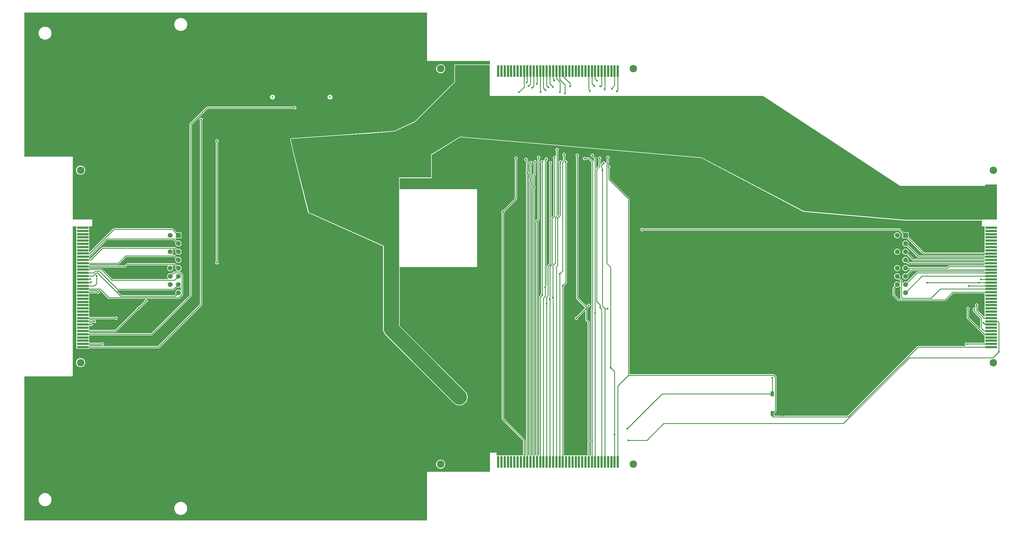
<source format=gtl>
G04*
G04 #@! TF.GenerationSoftware,Altium Limited,Altium Designer,22.11.1 (43)*
G04*
G04 Layer_Physical_Order=1*
G04 Layer_Color=255*
%FSLAX25Y25*%
%MOIN*%
G70*
G04*
G04 #@! TF.SameCoordinates,D8721490-EFAD-4B60-BC7D-2FE2E35DC6D6*
G04*
G04*
G04 #@! TF.FilePolarity,Positive*
G04*
G01*
G75*
%ADD12C,0.01000*%
%ADD14R,0.03937X0.05906*%
%ADD15R,0.14173X0.02756*%
%ADD16R,0.02756X0.14173*%
%ADD25C,0.18504*%
%ADD26C,0.09055*%
%ADD27C,0.01968*%
%ADD28C,0.12992*%
%ADD29C,0.05906*%
%ADD30R,0.05906X0.05906*%
%ADD31C,0.02362*%
G36*
X491109Y561011D02*
X491234Y560710D01*
X491536Y560585D01*
Y560511D01*
X567684D01*
Y556666D01*
X567323Y556315D01*
X525197D01*
X525118Y556300D01*
X524397D01*
Y555579D01*
X524381Y555500D01*
Y534872D01*
X523370Y534042D01*
X476112Y486785D01*
X451076Y475302D01*
X418939Y472813D01*
X387310Y470605D01*
X325329Y466278D01*
X325300Y466271D01*
X325270Y466272D01*
X325147Y466229D01*
X325022Y466195D01*
X324998Y466177D01*
X324970Y466167D01*
X324873Y466080D01*
X324770Y466000D01*
X324755Y465974D01*
X324733Y465954D01*
X324433Y465554D01*
X324420Y465528D01*
X324399Y465506D01*
X324352Y465385D01*
X324295Y465267D01*
X324294Y465238D01*
X324283Y465210D01*
X324285Y465080D01*
X324278Y464950D01*
X324288Y464922D01*
X324288Y464892D01*
X327703Y449151D01*
X327708Y449138D01*
X327709Y449125D01*
X346145Y375727D01*
X346166Y375682D01*
X346174Y375633D01*
X346234Y375539D01*
X346281Y375439D01*
X346318Y375406D01*
X346344Y375364D01*
X346435Y375300D01*
X346517Y375226D01*
X346564Y375209D01*
X346604Y375180D01*
X437520Y334706D01*
Y233508D01*
X437714Y231538D01*
X438288Y229643D01*
X439222Y227896D01*
X440478Y226366D01*
X523370Y143474D01*
X524900Y142218D01*
X526646Y141285D01*
X528541Y140710D01*
X530512Y140516D01*
X532482Y140710D01*
X534377Y141285D01*
X536123Y142218D01*
X537654Y143474D01*
X538910Y145005D01*
X539844Y146751D01*
X540418Y148646D01*
X540612Y150616D01*
X540418Y152587D01*
X539844Y154482D01*
X538910Y156228D01*
X537654Y157759D01*
X457721Y237692D01*
Y309224D01*
X551181D01*
X551493Y309286D01*
X551758Y309463D01*
X551935Y309727D01*
X551997Y310039D01*
Y403544D01*
X551935Y403856D01*
X551758Y404120D01*
X551493Y404297D01*
X551181Y404359D01*
X457721D01*
Y417684D01*
X496000D01*
X496312Y417746D01*
X496577Y417923D01*
X496754Y418188D01*
X496816Y418500D01*
Y446047D01*
X531305Y467566D01*
X531320Y467562D01*
X531349Y467542D01*
X531471Y467518D01*
X531591Y467483D01*
X825270Y442206D01*
X949620Y376778D01*
X949622Y376778D01*
X949624Y376776D01*
X949775Y376732D01*
X949925Y376688D01*
X949928Y376688D01*
X949930Y376687D01*
X1072930Y366072D01*
X1072965Y366076D01*
X1073000Y366069D01*
X1166897D01*
Y359436D01*
X1167022Y359135D01*
X1167323Y359010D01*
Y358937D01*
X1170460D01*
Y355093D01*
Y351156D01*
Y347219D01*
Y343282D01*
Y339345D01*
Y335408D01*
Y331471D01*
Y327100D01*
X1096664D01*
X1077651Y346114D01*
Y351745D01*
X1072019D01*
X1067827Y355937D01*
X1067397Y356225D01*
X1066890Y356326D01*
X754476D01*
X754122Y356680D01*
X753394Y356981D01*
X752606D01*
X751878Y356680D01*
X751321Y356122D01*
X751019Y355394D01*
Y354606D01*
X751321Y353878D01*
X751878Y353321D01*
X752606Y353019D01*
X753394D01*
X754122Y353321D01*
X754476Y353675D01*
X1066341D01*
X1070145Y349870D01*
Y344239D01*
X1075776D01*
X1095178Y324838D01*
X1095608Y324551D01*
X1096115Y324450D01*
X1170460D01*
Y323164D01*
X1090601D01*
X1077331Y336433D01*
X1077395Y336544D01*
X1077651Y337498D01*
Y338486D01*
X1077395Y339441D01*
X1076901Y340297D01*
X1076202Y340995D01*
X1075346Y341489D01*
X1074392Y341745D01*
X1073404D01*
X1072449Y341489D01*
X1071593Y340995D01*
X1070895Y340297D01*
X1070401Y339441D01*
X1070145Y338486D01*
Y337498D01*
X1070401Y336544D01*
X1070895Y335688D01*
X1071593Y334989D01*
X1072449Y334495D01*
X1073404Y334240D01*
X1074392D01*
X1075346Y334495D01*
X1075457Y334559D01*
X1089115Y320901D01*
X1089545Y320614D01*
X1090052Y320513D01*
X1170460D01*
Y319227D01*
X1084538D01*
X1077331Y326433D01*
X1077395Y326544D01*
X1077651Y327498D01*
Y328486D01*
X1077395Y329441D01*
X1076901Y330296D01*
X1076202Y330995D01*
X1075346Y331489D01*
X1074392Y331745D01*
X1073404D01*
X1072449Y331489D01*
X1071593Y330995D01*
X1070895Y330296D01*
X1070401Y329441D01*
X1070145Y328486D01*
Y327498D01*
X1070401Y326544D01*
X1070895Y325688D01*
X1071593Y324989D01*
X1072449Y324495D01*
X1073404Y324239D01*
X1074392D01*
X1075346Y324495D01*
X1075457Y324559D01*
X1083052Y316964D01*
X1083482Y316676D01*
X1083989Y316576D01*
X1170460D01*
Y315289D01*
X1078475D01*
X1077331Y316433D01*
X1077395Y316544D01*
X1077651Y317498D01*
Y318486D01*
X1077395Y319441D01*
X1076901Y320297D01*
X1076202Y320995D01*
X1075346Y321489D01*
X1074392Y321745D01*
X1073404D01*
X1072449Y321489D01*
X1071593Y320995D01*
X1070895Y320297D01*
X1070401Y319441D01*
X1070145Y318486D01*
Y317498D01*
X1070401Y316544D01*
X1070895Y315688D01*
X1071593Y314989D01*
X1072449Y314495D01*
X1073404Y314240D01*
X1074392D01*
X1075346Y314495D01*
X1075457Y314559D01*
X1076989Y313027D01*
X1077419Y312739D01*
X1077926Y312638D01*
X1077926Y312639D01*
X1170460D01*
Y311352D01*
X1127055D01*
X1126548Y311252D01*
X1126118Y310964D01*
X1124471Y309318D01*
X1077428D01*
X1077395Y309441D01*
X1076901Y310297D01*
X1076202Y310995D01*
X1075346Y311489D01*
X1074392Y311745D01*
X1073404D01*
X1072449Y311489D01*
X1071593Y310995D01*
X1070895Y310297D01*
X1070401Y309441D01*
X1070145Y308486D01*
Y307498D01*
X1070401Y306544D01*
X1070895Y305688D01*
X1071593Y304989D01*
X1072449Y304495D01*
X1073404Y304240D01*
X1074392D01*
X1075346Y304495D01*
X1076202Y304989D01*
X1076901Y305688D01*
X1077395Y306544D01*
X1077428Y306667D01*
X1080044D01*
X1080236Y306205D01*
X1075457Y301426D01*
X1075346Y301489D01*
X1074392Y301745D01*
X1073404D01*
X1072449Y301489D01*
X1071593Y300995D01*
X1070895Y300296D01*
X1070401Y299441D01*
X1070145Y298486D01*
Y297498D01*
X1070401Y296544D01*
X1070895Y295688D01*
X1071593Y294989D01*
X1072449Y294495D01*
X1073404Y294239D01*
X1074392D01*
X1075346Y294495D01*
X1076202Y294989D01*
X1076901Y295688D01*
X1077395Y296544D01*
X1077651Y297498D01*
Y298486D01*
X1077395Y299441D01*
X1077331Y299551D01*
X1082545Y304765D01*
X1170460D01*
Y303479D01*
X1088058D01*
X1087551Y303378D01*
X1087121Y303090D01*
X1075457Y291426D01*
X1075346Y291489D01*
X1074392Y291745D01*
X1073404D01*
X1072449Y291489D01*
X1071593Y290995D01*
X1070895Y290297D01*
X1070746Y290038D01*
X1070246Y290172D01*
Y292970D01*
X1070145Y293477D01*
X1069857Y293907D01*
X1067331Y296433D01*
X1067395Y296544D01*
X1067651Y297498D01*
Y298486D01*
X1067395Y299441D01*
X1066901Y300296D01*
X1066202Y300995D01*
X1065346Y301489D01*
X1064392Y301745D01*
X1063404D01*
X1062449Y301489D01*
X1061594Y300995D01*
X1060895Y300296D01*
X1060401Y299441D01*
X1060145Y298486D01*
Y297498D01*
X1060401Y296544D01*
X1060895Y295688D01*
X1061594Y294989D01*
X1062449Y294495D01*
X1063404Y294239D01*
X1064392D01*
X1065346Y294495D01*
X1065457Y294559D01*
X1067595Y292421D01*
Y290094D01*
X1067095Y289961D01*
X1066901Y290297D01*
X1066202Y290995D01*
X1065346Y291489D01*
X1064392Y291745D01*
X1063404D01*
X1062449Y291489D01*
X1061594Y290995D01*
X1060895Y290297D01*
X1060401Y289441D01*
X1060145Y288486D01*
Y287498D01*
X1060401Y286544D01*
X1060464Y286433D01*
X1058683Y284652D01*
X1058396Y284222D01*
X1058295Y283715D01*
Y275108D01*
X1058396Y274601D01*
X1058683Y274171D01*
X1064452Y268402D01*
X1064882Y268115D01*
X1065389Y268014D01*
X1122351D01*
X1122859Y268115D01*
X1123289Y268402D01*
X1132092Y277206D01*
X1170460D01*
Y272416D01*
Y268479D01*
Y264542D01*
Y260605D01*
Y256668D01*
Y252731D01*
Y248624D01*
X1169960Y248469D01*
X1161918Y256511D01*
Y261413D01*
X1162272Y261767D01*
X1162574Y262495D01*
Y263283D01*
X1162272Y264011D01*
X1161715Y264569D01*
X1160987Y264870D01*
X1160198D01*
X1159470Y264569D01*
X1158913Y264011D01*
X1158611Y263283D01*
Y262495D01*
X1158913Y261767D01*
X1159267Y261413D01*
Y259716D01*
X1158767Y259519D01*
X1158114Y259789D01*
X1157326D01*
X1156598Y259488D01*
X1156041Y258930D01*
X1155739Y258202D01*
Y257414D01*
X1156041Y256686D01*
X1156395Y256332D01*
Y255908D01*
X1156496Y255401D01*
X1156783Y254971D01*
X1165213Y246540D01*
Y234696D01*
X1164899Y234510D01*
X1164725Y234478D01*
X1151246Y247957D01*
Y257132D01*
X1151600Y257486D01*
X1151901Y258214D01*
Y259002D01*
X1151600Y259730D01*
X1151042Y260287D01*
X1150314Y260589D01*
X1149526D01*
X1148798Y260287D01*
X1148241Y259730D01*
X1147939Y259002D01*
Y258214D01*
X1148241Y257486D01*
X1148595Y257132D01*
Y247408D01*
X1148696Y246901D01*
X1148983Y246471D01*
X1169041Y226413D01*
X1169471Y226125D01*
X1169978Y226024D01*
X1170460D01*
Y221235D01*
Y216864D01*
X1149366D01*
X1149342Y216887D01*
X1148614Y217189D01*
X1147826D01*
X1147098Y216887D01*
X1146541Y216330D01*
X1146239Y215602D01*
Y214814D01*
X1146541Y214086D01*
X1147098Y213528D01*
X1147342Y213427D01*
X1147243Y212927D01*
X1089014D01*
X1088507Y212826D01*
X1088077Y212539D01*
X1003471Y127934D01*
X914438D01*
Y131394D01*
X916437Y133394D01*
X916725Y133824D01*
X916825Y134331D01*
Y175128D01*
X916725Y175635D01*
X916437Y176065D01*
X914257Y178245D01*
X913827Y178533D01*
X913320Y178633D01*
X737825D01*
Y392500D01*
X737725Y393007D01*
X737437Y393437D01*
X713826Y417049D01*
Y430024D01*
X714180Y430378D01*
X714481Y431106D01*
Y431894D01*
X714180Y432622D01*
X713622Y433180D01*
X712894Y433481D01*
X712106D01*
X711844Y433373D01*
X711344Y433707D01*
Y435262D01*
X712437Y436355D01*
X712725Y436785D01*
X712825Y437292D01*
Y441524D01*
X713179Y441878D01*
X713481Y442606D01*
Y443394D01*
X713179Y444122D01*
X712622Y444679D01*
X711894Y444981D01*
X711106D01*
X710378Y444679D01*
X709821Y444122D01*
X709519Y443394D01*
Y442606D01*
X709821Y441878D01*
X710175Y441524D01*
Y437841D01*
X709082Y436749D01*
X708943Y436541D01*
X708390Y436614D01*
X708180Y437122D01*
X707622Y437679D01*
X706894Y437981D01*
X706106D01*
X705378Y437679D01*
X704820Y437122D01*
X704519Y436394D01*
Y435893D01*
X703287Y434662D01*
X702825Y434853D01*
Y440524D01*
X703180Y440878D01*
X703481Y441606D01*
Y442394D01*
X703180Y443122D01*
X702622Y443680D01*
X701894Y443981D01*
X701106D01*
X700378Y443680D01*
X699821Y443122D01*
X699519Y442394D01*
Y441606D01*
X699821Y440878D01*
X700175Y440524D01*
Y432773D01*
X697653Y430252D01*
X697192Y430443D01*
Y442134D01*
X697091Y442641D01*
X696803Y443071D01*
X694481Y445393D01*
Y445894D01*
X694179Y446622D01*
X693622Y447180D01*
X692894Y447481D01*
X692106D01*
X691378Y447180D01*
X690821Y446622D01*
X690519Y445894D01*
Y445106D01*
X690821Y444378D01*
X691378Y443820D01*
X692106Y443519D01*
X692607D01*
X694541Y441585D01*
Y438257D01*
X694045Y438187D01*
X693757Y438617D01*
X689937Y442437D01*
X689507Y442725D01*
X689000Y442826D01*
X684476D01*
X684122Y443180D01*
X683394Y443481D01*
X682606D01*
X681878Y443180D01*
X681320Y442622D01*
X681019Y441894D01*
Y441106D01*
X681320Y440378D01*
X681878Y439820D01*
X682606Y439519D01*
X683394D01*
X684122Y439820D01*
X684476Y440174D01*
X688451D01*
X691495Y437131D01*
Y259057D01*
X690992Y258554D01*
X690705Y258124D01*
X690604Y257617D01*
Y99374D01*
X690250Y99020D01*
X689948Y98292D01*
Y97504D01*
X690250Y96776D01*
X690604Y96422D01*
Y79540D01*
X689318D01*
Y242036D01*
X689217Y242543D01*
X688929Y242973D01*
X686544Y245358D01*
Y258729D01*
X687955Y260140D01*
X688077Y260323D01*
X688254Y260500D01*
X688386D01*
X689114Y260802D01*
X689672Y261359D01*
X689973Y262087D01*
Y262875D01*
X689672Y263603D01*
X689114Y264161D01*
X688386Y264462D01*
X687598D01*
X686870Y264161D01*
X686313Y263603D01*
X686011Y262875D01*
Y262087D01*
X686041Y262016D01*
X685991Y261941D01*
X685546Y261679D01*
X675325Y271899D01*
Y444024D01*
X675679Y444378D01*
X675981Y445106D01*
Y445894D01*
X675679Y446622D01*
X675122Y447180D01*
X674394Y447481D01*
X673606D01*
X672878Y447180D01*
X672321Y446622D01*
X672019Y445894D01*
Y445106D01*
X672321Y444378D01*
X672675Y444024D01*
Y271350D01*
X672775Y270843D01*
X673063Y270413D01*
X683771Y259705D01*
X673107Y249041D01*
X672606D01*
X671878Y248740D01*
X671321Y248182D01*
X671019Y247454D01*
Y246666D01*
X671321Y245938D01*
X671878Y245380D01*
X672606Y245079D01*
X673394D01*
X674122Y245380D01*
X674680Y245938D01*
X674981Y246666D01*
Y247167D01*
X683431Y255616D01*
X683893Y255425D01*
Y244809D01*
X683994Y244302D01*
X684281Y243872D01*
X686667Y241487D01*
Y79540D01*
X657822D01*
Y285192D01*
X658176Y285546D01*
X658477Y286274D01*
Y286774D01*
X660937Y289234D01*
X661225Y289665D01*
X661326Y290172D01*
Y436024D01*
X661680Y436378D01*
X661981Y437106D01*
Y437894D01*
X661680Y438622D01*
X661122Y439180D01*
X660394Y439481D01*
X659606D01*
X659326Y439669D01*
Y445024D01*
X659680Y445378D01*
X659981Y446106D01*
Y446894D01*
X659680Y447622D01*
X659122Y448179D01*
X658394Y448481D01*
X657606D01*
X656878Y448179D01*
X656320Y447622D01*
X656019Y446894D01*
Y446106D01*
X656320Y445378D01*
X656674Y445024D01*
Y439558D01*
X655646Y438529D01*
X655558Y438547D01*
X655106Y438696D01*
X654622Y439180D01*
X653894Y439481D01*
X653106D01*
X652378Y439180D01*
X651821Y438622D01*
X651519Y437894D01*
Y437106D01*
X651821Y436378D01*
X652175Y436024D01*
Y372989D01*
X651326Y372140D01*
X650826Y372347D01*
Y451024D01*
X651180Y451378D01*
X651481Y452106D01*
Y452894D01*
X651180Y453622D01*
X650622Y454179D01*
X649894Y454481D01*
X649106D01*
X648378Y454179D01*
X647821Y453622D01*
X647519Y452894D01*
Y452106D01*
X647821Y451378D01*
X648174Y451024D01*
Y444280D01*
X647713Y444089D01*
X647622Y444179D01*
X646894Y444481D01*
X646106D01*
X645378Y444179D01*
X644820Y443622D01*
X644519Y442894D01*
Y442106D01*
X644820Y441378D01*
X645175Y441024D01*
Y372044D01*
X643022Y369892D01*
X642560Y370083D01*
Y434889D01*
X642914Y435243D01*
X643216Y435971D01*
Y436759D01*
X642914Y437487D01*
X642357Y438044D01*
X641629Y438346D01*
X640841D01*
X640113Y438044D01*
X639555Y437487D01*
X639254Y436759D01*
Y435971D01*
X639555Y435243D01*
X639910Y434889D01*
Y313590D01*
X637363Y311043D01*
X637075Y310613D01*
X636974Y310106D01*
Y286473D01*
X636475Y286206D01*
X636326Y286307D01*
Y438582D01*
X636762Y439019D01*
X636894D01*
X637622Y439321D01*
X638179Y439878D01*
X638481Y440606D01*
Y441394D01*
X638179Y442122D01*
X637622Y442680D01*
X636894Y442981D01*
X636106D01*
X635378Y442680D01*
X634821Y442122D01*
X634519Y441394D01*
Y440606D01*
X634543Y440549D01*
X634063Y440069D01*
X633775Y439639D01*
X633674Y439131D01*
Y438734D01*
X633203Y438628D01*
X633175Y438627D01*
X632622Y439180D01*
X631894Y439481D01*
X631106D01*
X630378Y439180D01*
X629820Y438622D01*
X629519Y437894D01*
Y437106D01*
X629820Y436378D01*
X630174Y436024D01*
Y276564D01*
X629841Y276230D01*
X629539Y275502D01*
Y275001D01*
X628000Y273462D01*
X627712Y273032D01*
X627611Y272525D01*
Y79540D01*
X626325D01*
Y363632D01*
X626679Y363986D01*
X626981Y364714D01*
Y365215D01*
X627937Y366171D01*
X628225Y366601D01*
X628326Y367108D01*
Y441524D01*
X628680Y441878D01*
X628981Y442606D01*
Y443394D01*
X628680Y444122D01*
X628122Y444679D01*
X627394Y444981D01*
X626606D01*
X625878Y444679D01*
X625320Y444122D01*
X625019Y443394D01*
Y442606D01*
X625320Y441878D01*
X625674Y441524D01*
Y367657D01*
X625106Y367089D01*
X624606D01*
X623878Y366788D01*
X623320Y366230D01*
X623019Y365502D01*
Y364714D01*
X623320Y363986D01*
X623674Y363632D01*
Y79540D01*
X622388D01*
Y405132D01*
X622742Y405486D01*
X623044Y406214D01*
Y407002D01*
X622742Y407730D01*
X622388Y408084D01*
Y420971D01*
X623437Y422020D01*
X623725Y422450D01*
X623826Y422957D01*
Y436024D01*
X624180Y436378D01*
X624481Y437106D01*
Y437894D01*
X624180Y438622D01*
X623622Y439180D01*
X622894Y439481D01*
X622106D01*
X621378Y439180D01*
X620821Y438622D01*
X620519Y437894D01*
Y437106D01*
X620821Y436378D01*
X621174Y436024D01*
Y423506D01*
X620126Y422457D01*
X619838Y422027D01*
X619737Y421520D01*
Y408084D01*
X619383Y407730D01*
X619082Y407002D01*
Y406214D01*
X619383Y405486D01*
X619737Y405132D01*
Y79540D01*
X618451D01*
Y414032D01*
X618805Y414386D01*
X619107Y415114D01*
Y415902D01*
X618805Y416630D01*
X618638Y416797D01*
Y434837D01*
X619179Y435378D01*
X619481Y436106D01*
Y436894D01*
X619179Y437622D01*
X618622Y438179D01*
X617894Y438481D01*
X617106D01*
X616378Y438179D01*
X615821Y437622D01*
X615519Y436894D01*
Y436106D01*
X615821Y435378D01*
X615987Y435211D01*
Y417171D01*
X615446Y416630D01*
X615145Y415902D01*
Y415114D01*
X615446Y414386D01*
X615801Y414032D01*
Y79540D01*
X614514D01*
Y422932D01*
X614868Y423286D01*
X615170Y424014D01*
Y424802D01*
X614868Y425530D01*
X614514Y425884D01*
Y438443D01*
X614413Y438950D01*
X614126Y439380D01*
X613457Y440049D01*
X613481Y440106D01*
Y440894D01*
X613179Y441622D01*
X612622Y442179D01*
X611894Y442481D01*
X611106D01*
X610378Y442179D01*
X609821Y441622D01*
X609519Y440894D01*
Y440106D01*
X609821Y439378D01*
X610378Y438821D01*
X611106Y438519D01*
X611238D01*
X611864Y437893D01*
Y425884D01*
X611509Y425530D01*
X611208Y424802D01*
Y424014D01*
X611509Y423286D01*
X611864Y422932D01*
Y79540D01*
X610577D01*
Y98248D01*
X610476Y98755D01*
X610189Y99185D01*
X584826Y124549D01*
Y375024D01*
X585180Y375378D01*
X585481Y376106D01*
Y376607D01*
X600404Y391529D01*
X600691Y391959D01*
X600792Y392466D01*
Y440475D01*
X601146Y440829D01*
X601447Y441557D01*
Y442345D01*
X601146Y443073D01*
X600589Y443630D01*
X599860Y443932D01*
X599072D01*
X598344Y443630D01*
X597787Y443073D01*
X597485Y442345D01*
Y441557D01*
X597787Y440829D01*
X598141Y440475D01*
Y393016D01*
X583607Y378481D01*
X583106D01*
X582378Y378180D01*
X581820Y377622D01*
X581519Y376894D01*
Y376106D01*
X581820Y375378D01*
X582174Y375024D01*
Y124000D01*
X582275Y123493D01*
X582563Y123063D01*
X607927Y97699D01*
Y79540D01*
X575780D01*
Y82677D01*
X575656Y82978D01*
X575354Y83103D01*
X568110D01*
X567955Y83039D01*
X567809Y82979D01*
X567809Y82978D01*
X567809Y82978D01*
X567748Y82832D01*
X567684Y82677D01*
X567678Y59481D01*
X491536D01*
X491234Y59357D01*
X491109Y59055D01*
Y426D01*
X426Y426D01*
Y176075D01*
X59055Y176075D01*
Y176149D01*
X59356Y176274D01*
X59481Y176575D01*
Y358962D01*
X63767D01*
Y355118D01*
Y351181D01*
Y347244D01*
Y343307D01*
Y339370D01*
Y335433D01*
Y331496D01*
Y327559D01*
Y323622D01*
Y319685D01*
Y315748D01*
Y311811D01*
Y307874D01*
Y303937D01*
Y300000D01*
Y296063D01*
Y292126D01*
Y288189D01*
Y284252D01*
Y280315D01*
Y276378D01*
Y272441D01*
Y268504D01*
Y264567D01*
Y260630D01*
Y256693D01*
Y252756D01*
Y248819D01*
Y244882D01*
Y240945D01*
Y237008D01*
Y233071D01*
Y229134D01*
Y225197D01*
Y221260D01*
Y217323D01*
Y213386D01*
Y209449D01*
X79540D01*
Y210301D01*
X163739D01*
X164246Y210402D01*
X164676Y210690D01*
X216657Y262671D01*
X216945Y263101D01*
X217046Y263608D01*
Y487932D01*
X217400Y488286D01*
X217701Y489014D01*
Y489802D01*
X217400Y490530D01*
X216842Y491087D01*
X216114Y491389D01*
X215326D01*
X214598Y491087D01*
X214041Y490530D01*
X213739Y489802D01*
Y489014D01*
X214041Y488286D01*
X214395Y487932D01*
Y264157D01*
X163190Y212952D01*
X79540D01*
Y214238D01*
X94088D01*
X94498Y213828D01*
X95226Y213527D01*
X96014D01*
X96742Y213828D01*
X97300Y214386D01*
X97601Y215114D01*
Y215902D01*
X97300Y216630D01*
X96742Y217188D01*
X96014Y217489D01*
X95226D01*
X94498Y217188D01*
X94200Y216889D01*
X79540D01*
Y221260D01*
Y226050D01*
X155687D01*
X156194Y226150D01*
X156624Y226438D01*
X204057Y273871D01*
X204345Y274301D01*
X204446Y274808D01*
Y482959D01*
X223661Y502175D01*
X328384D01*
X328738Y501821D01*
X329466Y501519D01*
X330254D01*
X330982Y501821D01*
X331540Y502378D01*
X331841Y503106D01*
Y503894D01*
X331540Y504622D01*
X330982Y505180D01*
X330254Y505481D01*
X329466D01*
X328738Y505180D01*
X328384Y504825D01*
X223112D01*
X223112Y504825D01*
X222605Y504725D01*
X222175Y504437D01*
X202183Y484445D01*
X201896Y484015D01*
X201795Y483508D01*
Y275357D01*
X155138Y228700D01*
X79540D01*
Y229987D01*
X111724D01*
X112231Y230087D01*
X112661Y230375D01*
X139214Y256927D01*
X139714D01*
X140442Y257228D01*
X141000Y257786D01*
X141301Y258514D01*
Y258615D01*
X148614Y265927D01*
X149114D01*
X149842Y266229D01*
X150400Y266786D01*
X150701Y267514D01*
Y268302D01*
X150400Y269030D01*
X149842Y269587D01*
X149114Y269889D01*
X148326D01*
X147598Y269587D01*
X147041Y269030D01*
X146739Y268302D01*
Y267801D01*
X139794Y260856D01*
X139714Y260889D01*
X138926D01*
X138198Y260588D01*
X137641Y260030D01*
X137339Y259302D01*
Y258801D01*
X111175Y232638D01*
X79540D01*
Y237861D01*
X80144D01*
X80498Y237507D01*
X81226Y237205D01*
X82014D01*
X82742Y237507D01*
X83300Y238064D01*
X83601Y238792D01*
Y239580D01*
X83300Y240308D01*
X82742Y240865D01*
X82014Y241167D01*
X81226D01*
X80498Y240865D01*
X80144Y240511D01*
X79540D01*
Y241798D01*
X84244D01*
X84598Y241443D01*
X85326Y241142D01*
X86114D01*
X86842Y241443D01*
X87400Y242001D01*
X87701Y242729D01*
Y243517D01*
X87400Y244245D01*
X86842Y244802D01*
X86114Y245104D01*
X85326D01*
X84598Y244802D01*
X84244Y244448D01*
X79540D01*
Y245735D01*
X110544D01*
X110898Y245380D01*
X111626Y245079D01*
X112414D01*
X113142Y245380D01*
X113700Y245938D01*
X114001Y246666D01*
Y247454D01*
X113700Y248182D01*
X113142Y248740D01*
X112414Y249041D01*
X111626D01*
X110898Y248740D01*
X110544Y248386D01*
X79540D01*
Y252756D01*
Y256693D01*
Y260630D01*
Y264567D01*
Y268504D01*
Y272441D01*
Y277231D01*
X88792D01*
X89146Y276876D01*
X89874Y276575D01*
X90662D01*
X91390Y276876D01*
X91948Y277434D01*
X92249Y278162D01*
Y278950D01*
X91948Y279678D01*
X91390Y280236D01*
X90662Y280537D01*
X89874D01*
X89146Y280236D01*
X88792Y279882D01*
X79540D01*
Y281168D01*
X92186D01*
X102351Y271002D01*
X102781Y270715D01*
X103289Y270614D01*
X188452D01*
X188959Y270715D01*
X189389Y271002D01*
X193357Y274971D01*
X193645Y275401D01*
X193746Y275908D01*
Y299908D01*
X193645Y300415D01*
X193357Y300845D01*
X190957Y303245D01*
X190527Y303533D01*
X190020Y303633D01*
X182387D01*
X181879Y303533D01*
X181449Y303245D01*
X179630Y301426D01*
X179519Y301489D01*
X178565Y301745D01*
X177577D01*
X176622Y301489D01*
X175767Y300995D01*
X175068Y300296D01*
X174574Y299441D01*
X174318Y298486D01*
Y297498D01*
X174574Y296544D01*
X175068Y295688D01*
X175622Y295133D01*
X175418Y294634D01*
X107757D01*
X95339Y307052D01*
X94909Y307340D01*
X94401Y307440D01*
X79540D01*
Y308727D01*
X123520D01*
X124027Y308827D01*
X124457Y309115D01*
X126625Y311283D01*
X175347D01*
X175554Y310783D01*
X175068Y310297D01*
X174574Y309441D01*
X174318Y308486D01*
Y307498D01*
X174574Y306544D01*
X175068Y305688D01*
X175767Y304989D01*
X176622Y304495D01*
X177577Y304240D01*
X178565D01*
X179519Y304495D01*
X180375Y304989D01*
X181074Y305688D01*
X181568Y306544D01*
X181824Y307498D01*
Y308486D01*
X181568Y309441D01*
X181074Y310297D01*
X180588Y310783D01*
X180795Y311283D01*
X182906D01*
X184638Y309551D01*
X184574Y309441D01*
X184318Y308486D01*
Y307498D01*
X184574Y306544D01*
X185068Y305688D01*
X185767Y304989D01*
X186622Y304495D01*
X187577Y304240D01*
X188565D01*
X189519Y304495D01*
X190375Y304989D01*
X191074Y305688D01*
X191568Y306544D01*
X191824Y307498D01*
Y308486D01*
X191568Y309441D01*
X191074Y310297D01*
X190375Y310995D01*
X189519Y311489D01*
X188565Y311745D01*
X187577D01*
X186622Y311489D01*
X186512Y311426D01*
X184392Y313545D01*
X183962Y313833D01*
X183455Y313933D01*
X126076D01*
X125569Y313833D01*
X125139Y313545D01*
X122971Y311378D01*
X79540D01*
Y312664D01*
X114901D01*
X115408Y312765D01*
X115838Y313052D01*
X124404Y321618D01*
X182571D01*
X184638Y319551D01*
X184574Y319441D01*
X184318Y318486D01*
Y317498D01*
X184574Y316544D01*
X185068Y315688D01*
X185767Y314989D01*
X186622Y314495D01*
X187577Y314240D01*
X188565D01*
X189519Y314495D01*
X190375Y314989D01*
X191074Y315688D01*
X191568Y316544D01*
X191824Y317498D01*
Y318486D01*
X191568Y319441D01*
X191074Y320297D01*
X190375Y320995D01*
X189519Y321489D01*
X188565Y321745D01*
X187577D01*
X186622Y321489D01*
X186512Y321426D01*
X184057Y323880D01*
X183627Y324168D01*
X183120Y324269D01*
X180127D01*
X179993Y324768D01*
X180375Y324989D01*
X181074Y325688D01*
X181568Y326544D01*
X181824Y327498D01*
Y328486D01*
X181568Y329441D01*
X181074Y330296D01*
X180850Y330521D01*
X181041Y330983D01*
X183206D01*
X184638Y329551D01*
X184574Y329441D01*
X184318Y328486D01*
Y327498D01*
X184574Y326544D01*
X185068Y325688D01*
X185767Y324989D01*
X186622Y324495D01*
X187577Y324239D01*
X188565D01*
X189519Y324495D01*
X190375Y324989D01*
X191074Y325688D01*
X191568Y326544D01*
X191824Y327498D01*
Y328486D01*
X191568Y329441D01*
X191074Y330296D01*
X190375Y330995D01*
X189519Y331489D01*
X188565Y331745D01*
X187577D01*
X186622Y331489D01*
X186512Y331426D01*
X184692Y333245D01*
X184262Y333533D01*
X183755Y333633D01*
X95802D01*
X95295Y333533D01*
X94865Y333245D01*
X80871Y319251D01*
X79540D01*
Y320811D01*
X79712Y320926D01*
X101104Y342318D01*
X181871D01*
X184638Y339551D01*
X184574Y339441D01*
X184318Y338486D01*
Y337498D01*
X184574Y336544D01*
X185068Y335688D01*
X185767Y334989D01*
X186622Y334495D01*
X187577Y334240D01*
X188565D01*
X189519Y334495D01*
X190375Y334989D01*
X191074Y335688D01*
X191568Y336544D01*
X191824Y337498D01*
Y338486D01*
X191568Y339441D01*
X191074Y340297D01*
X190375Y340995D01*
X189519Y341489D01*
X188565Y341745D01*
X187577D01*
X186622Y341489D01*
X186512Y341426D01*
X184113Y343824D01*
X184405Y344239D01*
X191824D01*
Y351745D01*
X186193D01*
X181792Y356145D01*
X181362Y356433D01*
X180855Y356534D01*
X109428D01*
X108921Y356433D01*
X108491Y356145D01*
X80040Y327695D01*
X79540Y327902D01*
Y331496D01*
Y335433D01*
Y339370D01*
Y343307D01*
Y347244D01*
Y351181D01*
Y355118D01*
Y358962D01*
X82677D01*
Y359035D01*
X82979Y359160D01*
X83103Y359462D01*
Y366942D01*
X82979Y367243D01*
X82677Y367368D01*
X59481D01*
Y443504D01*
X59356Y443805D01*
X59055Y443930D01*
X426D01*
Y619579D01*
X491109D01*
Y561011D01*
D02*
G37*
G36*
X567323Y518000D02*
X900500D01*
X1067500Y408389D01*
X1185433D01*
Y367343D01*
X1167323D01*
X1167022Y367218D01*
X1166897Y366917D01*
Y366885D01*
X1073000D01*
X950000Y377500D01*
X825504Y443004D01*
X531661Y468296D01*
Y468750D01*
X496000Y446500D01*
Y418500D01*
X446000D01*
Y332283D01*
X445581Y332011D01*
X346936Y375926D01*
X328500Y449324D01*
X325085Y465065D01*
X325385Y465465D01*
X387367Y469792D01*
X419000Y472000D01*
X451284Y474500D01*
X525197Y508399D01*
X525197Y555500D01*
X567323D01*
Y518000D01*
D02*
G37*
G36*
X1067595Y285890D02*
Y272539D01*
X1067696Y272032D01*
X1067983Y271602D01*
X1068458Y271127D01*
X1068267Y270665D01*
X1065938D01*
X1060946Y275657D01*
Y283166D01*
X1062339Y284559D01*
X1062449Y284495D01*
X1063404Y284240D01*
X1064392D01*
X1065346Y284495D01*
X1066202Y284989D01*
X1066901Y285688D01*
X1067095Y286024D01*
X1067595Y285890D01*
D02*
G37*
G36*
X191095Y285002D02*
Y280983D01*
X190595Y280776D01*
X190375Y280995D01*
X189519Y281489D01*
X188565Y281745D01*
X187577D01*
X186622Y281489D01*
X185767Y280995D01*
X185068Y280296D01*
X184574Y279441D01*
X184318Y278486D01*
Y277498D01*
X184574Y276544D01*
X184638Y276433D01*
X183269Y275065D01*
X118538D01*
X113107Y280495D01*
X113122Y280611D01*
X113649Y281016D01*
X182420D01*
X182927Y281117D01*
X183357Y281404D01*
X186512Y284559D01*
X186622Y284495D01*
X187577Y284240D01*
X188565D01*
X189519Y284495D01*
X190375Y284989D01*
X190595Y285209D01*
X191095Y285002D01*
D02*
G37*
%LPC*%
G36*
X191643Y613021D02*
X190247D01*
X190168Y613005D01*
X190088D01*
X188719Y612733D01*
X188645Y612702D01*
X188566Y612686D01*
X187276Y612152D01*
X187209Y612107D01*
X187135Y612077D01*
X185974Y611301D01*
X185917Y611244D01*
X185851Y611200D01*
X184864Y610213D01*
X184819Y610146D01*
X184762Y610089D01*
X183987Y608928D01*
X183956Y608854D01*
X183911Y608787D01*
X183377Y607498D01*
X183361Y607419D01*
X183331Y607344D01*
X183058Y605975D01*
Y605895D01*
X183043Y605816D01*
Y604420D01*
X183058Y604342D01*
Y604261D01*
X183331Y602892D01*
X183361Y602818D01*
X183377Y602739D01*
X183911Y601449D01*
X183956Y601382D01*
X183987Y601308D01*
X184762Y600148D01*
X184819Y600091D01*
X184864Y600024D01*
X185851Y599037D01*
X185917Y598992D01*
X185974Y598936D01*
X187135Y598160D01*
X187209Y598129D01*
X187276Y598085D01*
X188566Y597550D01*
X188645Y597535D01*
X188719Y597504D01*
X190088Y597232D01*
X190168D01*
X190247Y597216D01*
X191643D01*
X191722Y597232D01*
X191802D01*
X193171Y597504D01*
X193245Y597535D01*
X193324Y597550D01*
X194614Y598085D01*
X194681Y598129D01*
X194755Y598160D01*
X195915Y598936D01*
X195972Y598992D01*
X196039Y599037D01*
X197026Y600024D01*
X197071Y600091D01*
X197128Y600148D01*
X197903Y601308D01*
X197934Y601382D01*
X197979Y601449D01*
X198513Y602739D01*
X198528Y602818D01*
X198559Y602892D01*
X198831Y604261D01*
Y604342D01*
X198847Y604420D01*
Y605816D01*
X198831Y605895D01*
Y605975D01*
X198559Y607344D01*
X198528Y607419D01*
X198513Y607498D01*
X197979Y608787D01*
X197934Y608854D01*
X197903Y608928D01*
X197128Y610089D01*
X197071Y610146D01*
X197026Y610213D01*
X196039Y611200D01*
X195972Y611244D01*
X195915Y611301D01*
X194755Y612077D01*
X194681Y612107D01*
X194614Y612152D01*
X193324Y612686D01*
X193245Y612702D01*
X193171Y612733D01*
X191802Y613005D01*
X191722D01*
X191643Y613021D01*
D02*
G37*
G36*
X26289Y602391D02*
X24893D01*
X24814Y602375D01*
X24734D01*
X23364Y602103D01*
X23290Y602072D01*
X23211Y602056D01*
X21922Y601522D01*
X21855Y601477D01*
X21781Y601447D01*
X20620Y600671D01*
X20563Y600614D01*
X20496Y600570D01*
X19509Y599583D01*
X19465Y599516D01*
X19408Y599459D01*
X18632Y598298D01*
X18602Y598224D01*
X18557Y598157D01*
X18023Y596868D01*
X18007Y596789D01*
X17976Y596715D01*
X17704Y595345D01*
Y595265D01*
X17688Y595186D01*
Y593790D01*
X17704Y593712D01*
Y593631D01*
X17976Y592262D01*
X18007Y592188D01*
X18023Y592109D01*
X18557Y590819D01*
X18602Y590753D01*
X18632Y590678D01*
X19408Y589518D01*
X19465Y589461D01*
X19509Y589394D01*
X20496Y588407D01*
X20563Y588362D01*
X20620Y588306D01*
X21781Y587530D01*
X21855Y587499D01*
X21922Y587455D01*
X23211Y586920D01*
X23290Y586905D01*
X23364Y586874D01*
X24734Y586602D01*
X24814D01*
X24893Y586586D01*
X26289D01*
X26367Y586602D01*
X26448D01*
X27817Y586874D01*
X27891Y586905D01*
X27970Y586920D01*
X29259Y587455D01*
X29326Y587499D01*
X29401Y587530D01*
X30561Y588306D01*
X30618Y588362D01*
X30685Y588407D01*
X31672Y589394D01*
X31717Y589461D01*
X31773Y589518D01*
X32549Y590678D01*
X32580Y590753D01*
X32624Y590819D01*
X33158Y592109D01*
X33174Y592188D01*
X33205Y592262D01*
X33477Y593631D01*
Y593712D01*
X33493Y593790D01*
Y595186D01*
X33477Y595265D01*
Y595345D01*
X33205Y596715D01*
X33174Y596789D01*
X33158Y596868D01*
X32624Y598157D01*
X32580Y598224D01*
X32549Y598298D01*
X31773Y599459D01*
X31716Y599516D01*
X31672Y599583D01*
X30685Y600570D01*
X30618Y600614D01*
X30561Y600671D01*
X29401Y601447D01*
X29326Y601477D01*
X29259Y601522D01*
X27970Y602056D01*
X27891Y602072D01*
X27817Y602103D01*
X26448Y602375D01*
X26367D01*
X26289Y602391D01*
D02*
G37*
G36*
X508403Y556681D02*
X506952D01*
X505550Y556305D01*
X504293Y555579D01*
X503267Y554553D01*
X502541Y553296D01*
X502165Y551895D01*
Y550443D01*
X502541Y549041D01*
X503267Y547785D01*
X504293Y546758D01*
X505550Y546033D01*
X506952Y545657D01*
X508403D01*
X509805Y546033D01*
X511061Y546758D01*
X512088Y547785D01*
X512813Y549041D01*
X513189Y550443D01*
Y551895D01*
X512813Y553296D01*
X512088Y554553D01*
X511061Y555579D01*
X509805Y556305D01*
X508403Y556681D01*
D02*
G37*
G36*
X373211Y519488D02*
X372433D01*
X371682Y519287D01*
X371009Y518898D01*
X370459Y518349D01*
X370071Y517675D01*
X369869Y516924D01*
Y516147D01*
X370071Y515396D01*
X370459Y514722D01*
X371009Y514173D01*
X371682Y513784D01*
X372433Y513583D01*
X373211D01*
X373962Y513784D01*
X374635Y514173D01*
X375185Y514722D01*
X375574Y515396D01*
X375775Y516147D01*
Y516924D01*
X375574Y517675D01*
X375185Y518349D01*
X374635Y518898D01*
X373962Y519287D01*
X373211Y519488D01*
D02*
G37*
G36*
X303132D02*
X302355D01*
X301604Y519287D01*
X300930Y518898D01*
X300380Y518349D01*
X299992Y517675D01*
X299791Y516924D01*
Y516147D01*
X299992Y515396D01*
X300380Y514722D01*
X300930Y514173D01*
X301604Y513784D01*
X302355Y513583D01*
X303132D01*
X303883Y513784D01*
X304556Y514173D01*
X305106Y514722D01*
X305495Y515396D01*
X305696Y516147D01*
Y516924D01*
X305495Y517675D01*
X305106Y518349D01*
X304556Y518898D01*
X303883Y519287D01*
X303132Y519488D01*
D02*
G37*
G36*
X69623Y432887D02*
X68172D01*
X66770Y432511D01*
X65513Y431786D01*
X64487Y430759D01*
X63762Y429502D01*
X63386Y428101D01*
Y426649D01*
X63762Y425247D01*
X64487Y423991D01*
X65513Y422964D01*
X66770Y422239D01*
X68172Y421863D01*
X69623D01*
X71025Y422239D01*
X72282Y422964D01*
X73308Y423991D01*
X74034Y425247D01*
X74410Y426649D01*
Y428101D01*
X74034Y429502D01*
X73308Y430759D01*
X72282Y431786D01*
X71025Y432511D01*
X69623Y432887D01*
D02*
G37*
G36*
X1064392Y351745D02*
X1063404D01*
X1062449Y351489D01*
X1061594Y350995D01*
X1060895Y350296D01*
X1060401Y349441D01*
X1060145Y348486D01*
Y347498D01*
X1060401Y346544D01*
X1060895Y345688D01*
X1061594Y344989D01*
X1062449Y344495D01*
X1063404Y344239D01*
X1064392D01*
X1065346Y344495D01*
X1066202Y344989D01*
X1066901Y345688D01*
X1067395Y346544D01*
X1067651Y347498D01*
Y348486D01*
X1067395Y349441D01*
X1066901Y350296D01*
X1066202Y350995D01*
X1065346Y351489D01*
X1064392Y351745D01*
D02*
G37*
G36*
Y331745D02*
X1063404D01*
X1062449Y331489D01*
X1061594Y330995D01*
X1060895Y330296D01*
X1060401Y329441D01*
X1060145Y328486D01*
Y327498D01*
X1060401Y326544D01*
X1060895Y325688D01*
X1061594Y324989D01*
X1062449Y324495D01*
X1063404Y324239D01*
X1064392D01*
X1065346Y324495D01*
X1066202Y324989D01*
X1066901Y325688D01*
X1067395Y326544D01*
X1067651Y327498D01*
Y328486D01*
X1067395Y329441D01*
X1066901Y330296D01*
X1066202Y330995D01*
X1065346Y331489D01*
X1064392Y331745D01*
D02*
G37*
G36*
X235394Y464981D02*
X234606D01*
X233878Y464679D01*
X233320Y464122D01*
X233019Y463394D01*
Y462606D01*
X233320Y461878D01*
X233675Y461524D01*
Y315976D01*
X233320Y315622D01*
X233019Y314894D01*
Y314106D01*
X233320Y313378D01*
X233878Y312821D01*
X234606Y312519D01*
X235394D01*
X236122Y312821D01*
X236680Y313378D01*
X236981Y314106D01*
Y314894D01*
X236680Y315622D01*
X236326Y315976D01*
Y461524D01*
X236680Y461878D01*
X236981Y462606D01*
Y463394D01*
X236680Y464122D01*
X236122Y464679D01*
X235394Y464981D01*
D02*
G37*
G36*
X1064392Y311745D02*
X1063404D01*
X1062449Y311489D01*
X1061594Y310995D01*
X1060895Y310297D01*
X1060401Y309441D01*
X1060145Y308486D01*
Y307498D01*
X1060401Y306544D01*
X1060895Y305688D01*
X1061594Y304989D01*
X1062449Y304495D01*
X1063404Y304240D01*
X1064392D01*
X1065346Y304495D01*
X1066202Y304989D01*
X1066901Y305688D01*
X1067395Y306544D01*
X1067651Y307498D01*
Y308486D01*
X1067395Y309441D01*
X1066901Y310297D01*
X1066202Y310995D01*
X1065346Y311489D01*
X1064392Y311745D01*
D02*
G37*
G36*
X69623Y198241D02*
X68172D01*
X66770Y197865D01*
X65513Y197140D01*
X64487Y196114D01*
X63762Y194857D01*
X63386Y193455D01*
Y192004D01*
X63762Y190602D01*
X64487Y189345D01*
X65513Y188319D01*
X66770Y187593D01*
X68172Y187217D01*
X69623D01*
X71025Y187593D01*
X72282Y188319D01*
X73308Y189345D01*
X74034Y190602D01*
X74410Y192004D01*
Y193455D01*
X74034Y194857D01*
X73308Y196114D01*
X72282Y197140D01*
X71025Y197865D01*
X69623Y198241D01*
D02*
G37*
G36*
X508403Y74410D02*
X506952D01*
X505550Y74034D01*
X504293Y73308D01*
X503267Y72282D01*
X502541Y71025D01*
X502165Y69624D01*
Y68172D01*
X502541Y66770D01*
X503267Y65513D01*
X504293Y64487D01*
X505550Y63762D01*
X506952Y63386D01*
X508403D01*
X509805Y63762D01*
X511061Y64487D01*
X512088Y65513D01*
X512813Y66770D01*
X513189Y68172D01*
Y69624D01*
X512813Y71025D01*
X512088Y72282D01*
X511061Y73308D01*
X509805Y74034D01*
X508403Y74410D01*
D02*
G37*
G36*
X26289Y33493D02*
X24893D01*
X24814Y33477D01*
X24734D01*
X23364Y33205D01*
X23290Y33174D01*
X23211Y33159D01*
X21922Y32624D01*
X21855Y32580D01*
X21781Y32549D01*
X20620Y31773D01*
X20563Y31717D01*
X20496Y31672D01*
X19509Y30685D01*
X19465Y30618D01*
X19408Y30561D01*
X18632Y29401D01*
X18602Y29326D01*
X18557Y29260D01*
X18023Y27970D01*
X18007Y27891D01*
X17976Y27817D01*
X17704Y26448D01*
Y26368D01*
X17688Y26289D01*
Y24893D01*
X17704Y24814D01*
Y24734D01*
X17976Y23365D01*
X18007Y23290D01*
X18023Y23212D01*
X18557Y21922D01*
X18602Y21855D01*
X18632Y21781D01*
X19408Y20620D01*
X19465Y20563D01*
X19509Y20496D01*
X20496Y19509D01*
X20563Y19465D01*
X20620Y19408D01*
X21781Y18632D01*
X21855Y18602D01*
X21922Y18557D01*
X23211Y18023D01*
X23290Y18007D01*
X23364Y17976D01*
X24734Y17704D01*
X24814D01*
X24893Y17688D01*
X26289D01*
X26367Y17704D01*
X26448D01*
X27817Y17976D01*
X27891Y18007D01*
X27970Y18023D01*
X29259Y18557D01*
X29326Y18602D01*
X29401Y18632D01*
X30561Y19408D01*
X30618Y19465D01*
X30685Y19509D01*
X31672Y20496D01*
X31717Y20563D01*
X31773Y20620D01*
X32549Y21781D01*
X32580Y21855D01*
X32624Y21922D01*
X33158Y23212D01*
X33174Y23290D01*
X33205Y23365D01*
X33477Y24734D01*
Y24814D01*
X33493Y24893D01*
Y26289D01*
X33477Y26368D01*
Y26448D01*
X33205Y27817D01*
X33174Y27891D01*
X33158Y27970D01*
X32624Y29260D01*
X32580Y29326D01*
X32549Y29401D01*
X31773Y30561D01*
X31716Y30618D01*
X31672Y30685D01*
X30685Y31672D01*
X30618Y31717D01*
X30561Y31773D01*
X29401Y32549D01*
X29326Y32580D01*
X29259Y32624D01*
X27970Y33159D01*
X27891Y33174D01*
X27817Y33205D01*
X26448Y33477D01*
X26367D01*
X26289Y33493D01*
D02*
G37*
G36*
X191643Y22863D02*
X190247D01*
X190168Y22847D01*
X190088D01*
X188719Y22575D01*
X188645Y22544D01*
X188566Y22529D01*
X187276Y21994D01*
X187209Y21950D01*
X187135Y21919D01*
X185974Y21144D01*
X185917Y21087D01*
X185851Y21042D01*
X184864Y20055D01*
X184819Y19988D01*
X184762Y19931D01*
X183987Y18771D01*
X183956Y18697D01*
X183911Y18630D01*
X183377Y17340D01*
X183361Y17261D01*
X183331Y17187D01*
X183058Y15818D01*
Y15737D01*
X183043Y15659D01*
Y14263D01*
X183058Y14184D01*
Y14104D01*
X183331Y12735D01*
X183361Y12660D01*
X183377Y12582D01*
X183911Y11292D01*
X183956Y11225D01*
X183987Y11151D01*
X184762Y9990D01*
X184819Y9933D01*
X184864Y9867D01*
X185851Y8879D01*
X185917Y8835D01*
X185974Y8778D01*
X187135Y8003D01*
X187209Y7972D01*
X187276Y7927D01*
X188566Y7393D01*
X188645Y7377D01*
X188719Y7346D01*
X190088Y7074D01*
X190168D01*
X190247Y7058D01*
X191643D01*
X191722Y7074D01*
X191802D01*
X193171Y7346D01*
X193245Y7377D01*
X193324Y7393D01*
X194614Y7927D01*
X194681Y7972D01*
X194755Y8003D01*
X195915Y8778D01*
X195972Y8835D01*
X196039Y8879D01*
X197026Y9867D01*
X197071Y9933D01*
X197128Y9990D01*
X197903Y11151D01*
X197934Y11225D01*
X197979Y11292D01*
X198513Y12582D01*
X198528Y12660D01*
X198559Y12735D01*
X198831Y14104D01*
Y14184D01*
X198847Y14263D01*
Y15659D01*
X198831Y15737D01*
Y15818D01*
X198559Y17187D01*
X198528Y17261D01*
X198513Y17340D01*
X197979Y18630D01*
X197934Y18697D01*
X197903Y18771D01*
X197128Y19931D01*
X197071Y19988D01*
X197026Y20055D01*
X196039Y21042D01*
X195972Y21087D01*
X195915Y21144D01*
X194755Y21919D01*
X194681Y21950D01*
X194614Y21994D01*
X193324Y22529D01*
X193245Y22544D01*
X193171Y22575D01*
X191802Y22847D01*
X191722D01*
X191643Y22863D01*
D02*
G37*
%LPD*%
D12*
X691929Y97898D02*
Y257617D01*
Y71654D02*
Y97898D01*
X736500Y98000D02*
X759000D01*
X779500Y118500D01*
X998458D01*
X1078674Y198716D02*
X1180328D01*
X998458Y118500D02*
X1078674Y198716D01*
X1180328D02*
X1187620Y206008D01*
X723425Y71654D02*
Y164233D01*
X736500Y177308D01*
X913320D01*
X915500Y134331D02*
Y175128D01*
X913320Y177308D02*
X915500Y175128D01*
X911669Y130500D02*
X915500Y134331D01*
X911669Y126608D02*
Y130500D01*
X735172Y112172D02*
X777500Y154500D01*
X911669D01*
X719488Y104950D02*
Y181940D01*
Y71654D02*
Y104950D01*
X753000Y355000D02*
X1066890D01*
X1073898Y347992D01*
X1096115Y325775D01*
X687992Y71654D02*
Y242036D01*
X685219Y244809D02*
X687992Y242036D01*
X644593Y71746D02*
Y271907D01*
Y71746D02*
X644685Y71654D01*
X644500Y272000D02*
Y311214D01*
X647414Y314128D01*
X644500Y272000D02*
X644593Y271907D01*
X80428Y294304D02*
X80832Y294708D01*
X655981Y436990D02*
X658000Y439009D01*
Y446500D01*
X655981Y304230D02*
Y436990D01*
X652559Y300808D02*
X655981Y304230D01*
X660000Y290172D02*
Y437500D01*
X659000Y521000D02*
Y531546D01*
X652559Y537987D02*
X659000Y531546D01*
X652559Y537987D02*
Y548413D01*
X657374Y541367D02*
X665500Y533241D01*
Y529500D02*
Y533241D01*
X704641Y261587D02*
X707620Y258608D01*
X703324Y431049D02*
Y432824D01*
X704381Y427623D02*
Y429992D01*
Y427623D02*
X704641Y427362D01*
X703324Y431049D02*
X704381Y429992D01*
X704641Y261587D02*
Y427362D01*
X599466Y392466D02*
Y441951D01*
X583500Y124000D02*
X609252Y98248D01*
X583500Y376500D02*
X599466Y392466D01*
X583500Y124000D02*
Y376500D01*
X627000Y367108D02*
Y443000D01*
X609252Y71654D02*
Y98248D01*
X603000Y522500D02*
X609252Y528752D01*
Y548413D01*
X611500Y440131D02*
X613189Y438443D01*
X611500Y440131D02*
Y440500D01*
X613189Y71654D02*
Y438443D01*
X614766Y530266D02*
X617126Y532626D01*
X612285Y534240D02*
Y534608D01*
X613189Y535513D01*
Y548413D01*
X614766Y530000D02*
Y530266D01*
X722500Y523500D02*
X723425Y524425D01*
Y548413D01*
X710019Y313795D02*
X714820Y308993D01*
Y186608D02*
Y308993D01*
X710019Y313795D02*
Y435811D01*
X711500Y437292D01*
Y443000D01*
X712500Y416500D02*
Y431500D01*
X716266Y526446D02*
Y527266D01*
X719488Y530488D01*
Y548413D01*
X703324Y432824D02*
X706500Y436000D01*
X707589Y526089D02*
Y548324D01*
X707677Y548413D01*
X707500Y526000D02*
X707589Y526089D01*
X697666Y428390D02*
X701500Y432224D01*
Y442000D01*
X695866Y71654D02*
Y442134D01*
X692500Y445500D02*
X695866Y442134D01*
X689000Y441500D02*
X692820Y437680D01*
Y258508D02*
Y437680D01*
X691929Y257617D02*
X692820Y258508D01*
X683000Y441500D02*
X689000D01*
X685219Y259278D02*
Y260132D01*
X674000Y271350D02*
Y445500D01*
Y271350D02*
X685219Y260132D01*
X687018Y261138D02*
X687992Y262112D01*
X685219Y259278D02*
X687018Y261078D01*
X687992Y262112D02*
Y262481D01*
X697666Y267163D02*
X702000Y262829D01*
Y259631D02*
Y262829D01*
X703620Y71774D02*
Y258011D01*
X687018Y261078D02*
Y261138D01*
X702000Y259631D02*
X703620Y258011D01*
Y71774D02*
X703740Y71654D01*
X697666Y267163D02*
Y428390D01*
X736500Y177308D02*
Y392500D01*
X712500Y416500D02*
X736500Y392500D01*
X702000Y529500D02*
X702260Y529760D01*
X703740D02*
Y548413D01*
X702260Y529760D02*
X703740D01*
X695866Y538634D02*
X698000Y536500D01*
X695866Y538634D02*
Y548413D01*
X691929Y533071D02*
Y548413D01*
Y533071D02*
X695000Y530000D01*
X687992Y525877D02*
X689500Y524369D01*
Y524000D02*
Y524369D01*
X687992Y525877D02*
Y548413D01*
X657374Y541367D02*
Y547535D01*
X656496Y548413D02*
X657374Y547535D01*
X631500Y275128D02*
Y437500D01*
Y275128D02*
X631520Y275108D01*
X628937Y272525D02*
X631520Y275108D01*
X635000Y273561D02*
Y284500D01*
Y439131D01*
X634041Y272602D02*
X635000Y273561D01*
Y439131D02*
X636500Y440631D01*
Y441000D01*
X638300Y310106D02*
X641235Y313041D01*
X638300Y274316D02*
Y310106D01*
X636811Y272827D02*
X638300Y274316D01*
X640748Y270108D02*
Y310008D01*
Y71654D02*
Y270108D01*
Y310008D02*
X643494Y312754D01*
X656496Y286668D02*
X660000Y290172D01*
X649895Y368835D02*
X653500Y372440D01*
Y437500D01*
X648622Y539378D02*
X653000Y535000D01*
Y522500D02*
Y535000D01*
X648622Y539378D02*
Y548413D01*
X646000Y536500D02*
Y536869D01*
X644685Y538184D02*
Y548413D01*
Y538184D02*
X646000Y536869D01*
X649500Y371949D02*
Y452500D01*
X647414Y369863D02*
X649500Y371949D01*
X647414Y314128D02*
Y369863D01*
X649895Y311281D02*
Y368835D01*
X648622Y71654D02*
Y310008D01*
X649895Y311281D01*
X643494Y368488D02*
X646500Y371495D01*
X643494Y312754D02*
Y368488D01*
X646500Y371495D02*
Y442500D01*
X641235Y313041D02*
Y436365D01*
X640748Y532752D02*
X644500Y529000D01*
X640748Y532752D02*
Y548413D01*
X636811Y264717D02*
Y272827D01*
X638500Y528500D02*
X639000D01*
X636811Y530189D02*
X638500Y528500D01*
X636811Y530189D02*
Y548413D01*
X632874Y527626D02*
X635500Y525000D01*
X632874Y527626D02*
Y548413D01*
X634001Y272602D02*
X634041D01*
X632874Y271475D02*
X634001Y272602D01*
X632874Y71654D02*
Y271475D01*
X629500Y522500D02*
Y522869D01*
X628937Y523432D02*
Y548413D01*
Y523432D02*
X629500Y522869D01*
X625000Y365108D02*
X627000Y367108D01*
X624901Y532566D02*
Y548315D01*
X625000Y548413D01*
X624803Y532468D02*
X624901Y532566D01*
X619000Y528000D02*
X621063Y530063D01*
Y548413D01*
X617126Y532626D02*
Y548413D01*
X617313Y415695D02*
Y436313D01*
X617500Y436500D01*
X617126Y415508D02*
X617313Y415695D01*
X621063Y421520D02*
X622500Y422957D01*
X621063Y406608D02*
Y421520D01*
X622500Y422957D02*
Y437500D01*
X617126Y71654D02*
Y415508D01*
X235000Y314500D02*
Y463000D01*
X203120Y483508D02*
X223112Y503500D01*
X329860D01*
X636811Y71654D02*
Y264717D01*
X628937Y71654D02*
Y272525D01*
X652559Y71654D02*
Y300808D01*
X673000Y247060D02*
X685219Y259278D01*
Y244809D02*
Y259278D01*
X139720Y258908D02*
X148720Y267908D01*
X71654Y231312D02*
X111724D01*
X621063Y71654D02*
Y406608D01*
X707620Y258608D02*
X707677Y255151D01*
X707620Y258608D02*
X711077D01*
X1149920Y247408D02*
Y258608D01*
X1169978Y227350D02*
X1178347D01*
X625000Y71654D02*
Y365108D01*
X1160592Y255962D02*
Y262889D01*
X1169520Y247035D02*
X1178347D01*
X71654Y247060D02*
X112020D01*
X1160592Y255962D02*
X1169520Y247035D01*
X1166539Y234568D02*
X1169820Y231287D01*
X1166539Y234568D02*
Y247089D01*
X1169820Y231287D02*
X1178347D01*
X1157720Y255908D02*
X1166539Y247089D01*
X1157720Y255908D02*
Y257808D01*
X1171067Y239161D02*
X1178347D01*
X1169020Y241208D02*
X1171067Y239161D01*
X1100254Y290342D02*
X1163320D01*
X1178347Y243098D02*
X1186430D01*
X1187620Y241908D01*
Y206008D02*
Y241908D01*
X71654Y243123D02*
X85720D01*
X656496Y71654D02*
Y286668D01*
X1149920Y247408D02*
X1169978Y227350D01*
X111724Y231312D02*
X139320Y258908D01*
X707677Y71654D02*
Y255151D01*
X71654Y211627D02*
X163739D01*
X215720Y263608D01*
Y489408D01*
X71654Y227375D02*
X155687D01*
X203120Y274808D01*
Y483508D01*
X71654Y310052D02*
X123520D01*
X126076Y312608D01*
X183455D01*
X188071Y307992D01*
X71654Y321863D02*
X78775D01*
X100555Y343643D01*
X182420D01*
X188071Y337992D01*
X71654Y313989D02*
X114901D01*
X123855Y322943D01*
X183120D01*
X188071Y317992D01*
X71654Y286430D02*
X85874D01*
X88320Y288876D01*
Y298708D01*
X71654Y302178D02*
X84828D01*
X86493Y303843D01*
X92147D01*
X113649Y282341D01*
X182420D01*
X188071Y287992D01*
X1073898D02*
X1088058Y302153D01*
X1178347D01*
X71654Y306115D02*
X94401D01*
X107208Y293308D01*
X183387D01*
X188071Y297992D01*
X71654Y282493D02*
X92735D01*
X103289Y271939D01*
X188452D01*
X192420Y275908D01*
Y299908D01*
X190020Y302308D02*
X192420Y299908D01*
X182387Y302308D02*
X190020D01*
X178071Y297992D02*
X182387Y302308D01*
X71654Y294304D02*
X80428D01*
X71654Y290367D02*
X81079D01*
X81820Y291108D01*
X71654Y278556D02*
X90268D01*
X1059620Y283715D02*
X1063898Y287992D01*
X1059620Y275108D02*
Y283715D01*
Y275108D02*
X1065389Y269339D01*
X1122351D01*
X1131543Y278531D01*
X1178347D01*
X71654Y298241D02*
X84053D01*
X87820Y302008D01*
X89720D01*
X117989Y273739D01*
X183818D01*
X188071Y277992D01*
X1073898D02*
X1094121Y298216D01*
X1178347D01*
X71654Y325800D02*
X80020D01*
X109428Y355208D01*
X180855D01*
X188071Y347992D01*
X71654Y317926D02*
X81420D01*
X95802Y332308D01*
X183755D01*
X188071Y327992D01*
X1073898Y307992D02*
X1125020D01*
X1127055Y310027D01*
X1178347D01*
X1151020Y286405D02*
X1178347D01*
X1073898Y297992D02*
X1081995Y306090D01*
X1178347D01*
X1063898Y297992D02*
X1068920Y292970D01*
Y272539D02*
Y292970D01*
Y272539D02*
X1070320Y271139D01*
X1105052D01*
X1116380Y282468D01*
X1178347D01*
X71654Y239186D02*
X81620D01*
X1073898Y337992D02*
X1090052Y321838D01*
X1178347D01*
X1073898Y317992D02*
X1077926Y313964D01*
X1178347D01*
X911669Y126608D02*
X1004020D01*
X1089014Y211602D01*
X1178347D01*
X714820Y186608D02*
X719488Y181940D01*
X95564Y215564D02*
X95620Y215508D01*
X71654Y215564D02*
X95564D01*
X911669Y154500D02*
Y174208D01*
X1148220Y215208D02*
X1148551Y215539D01*
X1178347D01*
X1165820Y294279D02*
X1178347D01*
X1163320Y290342D02*
X1178347D01*
X1096115Y325775D02*
X1178347D01*
X1073898Y327992D02*
X1083989Y317901D01*
X1178347D01*
D14*
X924267Y154500D02*
D03*
X911669D02*
D03*
X924267Y130500D02*
D03*
X911669D02*
D03*
D15*
X1178347Y408452D02*
D03*
Y404515D02*
D03*
Y400578D02*
D03*
Y396641D02*
D03*
Y392704D02*
D03*
Y388767D02*
D03*
Y384830D02*
D03*
Y380893D02*
D03*
Y376956D02*
D03*
Y373019D02*
D03*
Y369082D02*
D03*
Y357271D02*
D03*
Y353334D02*
D03*
Y349397D02*
D03*
Y345460D02*
D03*
Y341523D02*
D03*
Y337586D02*
D03*
Y333649D02*
D03*
Y329712D02*
D03*
Y325775D02*
D03*
Y321838D02*
D03*
Y317901D02*
D03*
Y313964D02*
D03*
Y310027D02*
D03*
Y306090D02*
D03*
Y302153D02*
D03*
Y298216D02*
D03*
Y294279D02*
D03*
Y290342D02*
D03*
Y286405D02*
D03*
Y282468D02*
D03*
Y278531D02*
D03*
Y274594D02*
D03*
Y270657D02*
D03*
Y266720D02*
D03*
Y262783D02*
D03*
Y258846D02*
D03*
Y254909D02*
D03*
Y250972D02*
D03*
Y247035D02*
D03*
Y243098D02*
D03*
Y239161D02*
D03*
Y235224D02*
D03*
Y231287D02*
D03*
Y227350D02*
D03*
Y223413D02*
D03*
Y219476D02*
D03*
Y215539D02*
D03*
Y211602D02*
D03*
X71654Y408477D02*
D03*
Y404540D02*
D03*
Y400603D02*
D03*
Y396666D02*
D03*
Y392729D02*
D03*
Y388792D02*
D03*
Y384855D02*
D03*
Y380918D02*
D03*
Y376981D02*
D03*
Y373044D02*
D03*
Y369107D02*
D03*
Y357296D02*
D03*
Y353359D02*
D03*
Y349422D02*
D03*
Y345485D02*
D03*
Y341548D02*
D03*
Y337611D02*
D03*
Y333674D02*
D03*
Y329737D02*
D03*
Y325800D02*
D03*
Y321863D02*
D03*
Y317926D02*
D03*
Y313989D02*
D03*
Y310052D02*
D03*
Y306115D02*
D03*
Y302178D02*
D03*
Y298241D02*
D03*
Y294304D02*
D03*
Y290367D02*
D03*
Y286430D02*
D03*
Y282493D02*
D03*
Y278556D02*
D03*
Y274619D02*
D03*
Y270682D02*
D03*
Y266745D02*
D03*
Y262808D02*
D03*
Y258871D02*
D03*
Y254934D02*
D03*
Y250997D02*
D03*
Y247060D02*
D03*
Y243123D02*
D03*
Y239186D02*
D03*
Y235249D02*
D03*
Y231312D02*
D03*
Y227375D02*
D03*
Y223438D02*
D03*
Y219501D02*
D03*
Y215564D02*
D03*
Y211627D02*
D03*
D16*
X526575Y71654D02*
D03*
X530512D02*
D03*
X534449D02*
D03*
X538386D02*
D03*
X542323D02*
D03*
X546260D02*
D03*
X550197D02*
D03*
X554134D02*
D03*
X558071D02*
D03*
X562008D02*
D03*
X565945D02*
D03*
X577756D02*
D03*
X581693D02*
D03*
X585630D02*
D03*
X589567D02*
D03*
X593504D02*
D03*
X597441D02*
D03*
X601378D02*
D03*
X605315D02*
D03*
X609252D02*
D03*
X613189D02*
D03*
X617126D02*
D03*
X621063D02*
D03*
X625000D02*
D03*
X628937D02*
D03*
X632874D02*
D03*
X636811D02*
D03*
X640748D02*
D03*
X644685D02*
D03*
X648622D02*
D03*
X652559D02*
D03*
X656496D02*
D03*
X660433D02*
D03*
X664370D02*
D03*
X668307D02*
D03*
X672244D02*
D03*
X676181D02*
D03*
X680118D02*
D03*
X684055D02*
D03*
X687992D02*
D03*
X691929D02*
D03*
X695866D02*
D03*
X699803D02*
D03*
X703740D02*
D03*
X707677D02*
D03*
X711614D02*
D03*
X715551D02*
D03*
X719488D02*
D03*
X723425D02*
D03*
Y548413D02*
D03*
X719488D02*
D03*
X715551D02*
D03*
X711614D02*
D03*
X707677D02*
D03*
X703740D02*
D03*
X699803D02*
D03*
X695866D02*
D03*
X691929D02*
D03*
X687992D02*
D03*
X684055D02*
D03*
X680118D02*
D03*
X676181D02*
D03*
X672244D02*
D03*
X668307D02*
D03*
X664370D02*
D03*
X660433D02*
D03*
X656496D02*
D03*
X652559D02*
D03*
X648622D02*
D03*
X644685D02*
D03*
X640748D02*
D03*
X636811D02*
D03*
X632874D02*
D03*
X628937D02*
D03*
X625000D02*
D03*
X621063D02*
D03*
X617126D02*
D03*
X613189D02*
D03*
X609252D02*
D03*
X605315D02*
D03*
X601378D02*
D03*
X597441D02*
D03*
X593504D02*
D03*
X589567D02*
D03*
X585630D02*
D03*
X581693D02*
D03*
X577756D02*
D03*
X565945D02*
D03*
X562008D02*
D03*
X558071D02*
D03*
X554134D02*
D03*
X550197D02*
D03*
X546260D02*
D03*
X542323D02*
D03*
X538386D02*
D03*
X534449D02*
D03*
X530512D02*
D03*
X526575D02*
D03*
D25*
X447620Y444008D02*
X530512Y526900D01*
X447620Y233508D02*
Y444008D01*
Y233508D02*
X530512Y150616D01*
D26*
X1181102Y427350D02*
D03*
Y192704D02*
D03*
X507677Y68898D02*
D03*
X742323D02*
D03*
X742323Y551169D02*
D03*
X507677D02*
D03*
X68898Y427375D02*
D03*
Y192729D02*
D03*
D27*
X372822Y516535D02*
D03*
X302743D02*
D03*
D28*
X384830Y523228D02*
D03*
X290736D02*
D03*
D29*
X178071Y277992D02*
D03*
X188071D02*
D03*
X178071Y287992D02*
D03*
X188071D02*
D03*
X178071Y297992D02*
D03*
X188071D02*
D03*
X178071Y307992D02*
D03*
X188071D02*
D03*
X178071Y317992D02*
D03*
X188071D02*
D03*
X178071Y327992D02*
D03*
X188071D02*
D03*
X178071Y337992D02*
D03*
X188071D02*
D03*
X178071Y347992D02*
D03*
X1063898Y277992D02*
D03*
X1073898D02*
D03*
X1063898Y287992D02*
D03*
X1073898D02*
D03*
X1063898Y297992D02*
D03*
X1073898D02*
D03*
X1063898Y307992D02*
D03*
X1073898D02*
D03*
X1063898Y317992D02*
D03*
X1073898D02*
D03*
X1063898Y327992D02*
D03*
X1073898D02*
D03*
X1063898Y337992D02*
D03*
X1073898D02*
D03*
X1063898Y347992D02*
D03*
D30*
X188071D02*
D03*
X1073898D02*
D03*
D31*
X1102769Y361483D02*
D03*
Y356364D02*
D03*
Y351246D02*
D03*
Y341010D02*
D03*
Y335892D02*
D03*
Y330774D02*
D03*
X1097651Y361483D02*
D03*
Y356364D02*
D03*
Y351246D02*
D03*
Y341010D02*
D03*
Y335892D02*
D03*
Y330774D02*
D03*
X1092533Y361483D02*
D03*
Y356364D02*
D03*
Y351246D02*
D03*
Y341010D02*
D03*
Y335892D02*
D03*
Y325656D02*
D03*
X1087414Y361483D02*
D03*
Y356364D02*
D03*
Y351246D02*
D03*
Y341010D02*
D03*
Y330774D02*
D03*
X1082296Y361483D02*
D03*
Y356364D02*
D03*
Y351246D02*
D03*
Y335892D02*
D03*
Y325656D02*
D03*
Y300065D02*
D03*
X1077178Y361483D02*
D03*
Y356364D02*
D03*
X1072060Y361483D02*
D03*
Y356364D02*
D03*
X1066942Y361483D02*
D03*
X1061824D02*
D03*
X1056706D02*
D03*
Y351246D02*
D03*
Y341010D02*
D03*
Y330774D02*
D03*
Y320538D02*
D03*
Y289829D02*
D03*
Y279593D02*
D03*
Y269357D02*
D03*
X1051588Y366601D02*
D03*
Y361483D02*
D03*
Y346128D02*
D03*
Y335892D02*
D03*
Y325656D02*
D03*
Y305183D02*
D03*
Y289829D02*
D03*
Y279593D02*
D03*
Y269357D02*
D03*
X1046470Y366601D02*
D03*
Y361483D02*
D03*
Y351246D02*
D03*
Y341010D02*
D03*
Y330774D02*
D03*
Y310301D02*
D03*
Y305183D02*
D03*
Y289829D02*
D03*
Y279593D02*
D03*
Y269357D02*
D03*
X1041352Y366601D02*
D03*
Y346128D02*
D03*
Y335892D02*
D03*
Y315420D02*
D03*
Y310301D02*
D03*
Y305183D02*
D03*
Y289829D02*
D03*
Y274475D02*
D03*
Y269357D02*
D03*
X1036233Y361483D02*
D03*
Y351246D02*
D03*
Y341010D02*
D03*
Y320538D02*
D03*
Y315420D02*
D03*
Y310301D02*
D03*
Y305183D02*
D03*
Y289829D02*
D03*
Y274475D02*
D03*
Y269357D02*
D03*
X1031115Y366601D02*
D03*
Y346128D02*
D03*
Y325656D02*
D03*
Y320538D02*
D03*
Y315420D02*
D03*
Y310301D02*
D03*
Y305183D02*
D03*
Y289829D02*
D03*
Y274475D02*
D03*
Y269357D02*
D03*
X1025997Y361483D02*
D03*
Y351246D02*
D03*
Y330774D02*
D03*
Y325656D02*
D03*
Y320538D02*
D03*
Y315420D02*
D03*
Y310301D02*
D03*
Y305183D02*
D03*
Y289829D02*
D03*
Y274475D02*
D03*
Y269357D02*
D03*
X1020879Y366601D02*
D03*
Y335892D02*
D03*
Y330774D02*
D03*
Y325656D02*
D03*
Y320538D02*
D03*
Y315420D02*
D03*
Y310301D02*
D03*
Y305183D02*
D03*
Y289829D02*
D03*
Y274475D02*
D03*
Y269357D02*
D03*
X1015761Y361483D02*
D03*
Y341010D02*
D03*
Y335892D02*
D03*
Y330774D02*
D03*
Y325656D02*
D03*
Y320538D02*
D03*
Y315420D02*
D03*
Y310301D02*
D03*
Y305183D02*
D03*
Y289829D02*
D03*
Y274475D02*
D03*
Y269357D02*
D03*
X1010643Y366601D02*
D03*
Y346128D02*
D03*
Y341010D02*
D03*
Y335892D02*
D03*
Y330774D02*
D03*
Y325656D02*
D03*
Y320538D02*
D03*
Y315420D02*
D03*
Y310301D02*
D03*
Y305183D02*
D03*
Y289829D02*
D03*
Y274475D02*
D03*
Y269357D02*
D03*
X1005525Y351246D02*
D03*
Y346128D02*
D03*
Y341010D02*
D03*
Y335892D02*
D03*
Y330774D02*
D03*
Y325656D02*
D03*
Y320538D02*
D03*
Y315420D02*
D03*
Y310301D02*
D03*
Y305183D02*
D03*
Y289829D02*
D03*
Y274475D02*
D03*
Y269357D02*
D03*
X1000407Y351246D02*
D03*
Y346128D02*
D03*
Y341010D02*
D03*
Y335892D02*
D03*
Y330774D02*
D03*
Y325656D02*
D03*
Y320538D02*
D03*
Y315420D02*
D03*
Y310301D02*
D03*
Y305183D02*
D03*
Y289829D02*
D03*
Y274475D02*
D03*
Y269357D02*
D03*
X995289Y361483D02*
D03*
Y351246D02*
D03*
Y346128D02*
D03*
Y341010D02*
D03*
Y335892D02*
D03*
Y330774D02*
D03*
Y325656D02*
D03*
Y320538D02*
D03*
Y315420D02*
D03*
Y310301D02*
D03*
Y305183D02*
D03*
Y289829D02*
D03*
Y274475D02*
D03*
Y269357D02*
D03*
X990170Y361483D02*
D03*
Y351246D02*
D03*
Y346128D02*
D03*
Y341010D02*
D03*
Y335892D02*
D03*
Y330774D02*
D03*
Y325656D02*
D03*
Y320538D02*
D03*
Y315420D02*
D03*
Y310301D02*
D03*
Y305183D02*
D03*
Y289829D02*
D03*
Y274475D02*
D03*
Y269357D02*
D03*
X985052Y361483D02*
D03*
Y351246D02*
D03*
Y346128D02*
D03*
Y341010D02*
D03*
Y335892D02*
D03*
Y330774D02*
D03*
Y325656D02*
D03*
Y320538D02*
D03*
Y315420D02*
D03*
Y310301D02*
D03*
Y305183D02*
D03*
Y289829D02*
D03*
Y274475D02*
D03*
Y269357D02*
D03*
X979934Y361483D02*
D03*
Y351246D02*
D03*
Y346128D02*
D03*
Y341010D02*
D03*
Y335892D02*
D03*
Y330774D02*
D03*
Y325656D02*
D03*
Y320538D02*
D03*
Y315420D02*
D03*
Y310301D02*
D03*
Y305183D02*
D03*
Y289829D02*
D03*
Y274475D02*
D03*
Y269357D02*
D03*
X974816Y361483D02*
D03*
Y351246D02*
D03*
Y346128D02*
D03*
Y341010D02*
D03*
Y335892D02*
D03*
Y330774D02*
D03*
Y325656D02*
D03*
Y320538D02*
D03*
Y315420D02*
D03*
Y310301D02*
D03*
Y305183D02*
D03*
Y289829D02*
D03*
Y274475D02*
D03*
Y269357D02*
D03*
X969698Y361483D02*
D03*
Y351246D02*
D03*
Y346128D02*
D03*
Y341010D02*
D03*
Y335892D02*
D03*
Y330774D02*
D03*
Y325656D02*
D03*
Y320538D02*
D03*
Y315420D02*
D03*
Y310301D02*
D03*
Y305183D02*
D03*
Y289829D02*
D03*
Y274475D02*
D03*
Y269357D02*
D03*
X964580Y361483D02*
D03*
Y351246D02*
D03*
Y346128D02*
D03*
Y341010D02*
D03*
Y335892D02*
D03*
Y330774D02*
D03*
Y325656D02*
D03*
Y320538D02*
D03*
Y315420D02*
D03*
Y310301D02*
D03*
Y305183D02*
D03*
Y289829D02*
D03*
Y274475D02*
D03*
Y269357D02*
D03*
X959462Y361483D02*
D03*
Y351246D02*
D03*
Y346128D02*
D03*
Y341010D02*
D03*
Y335892D02*
D03*
Y330774D02*
D03*
Y325656D02*
D03*
Y320538D02*
D03*
Y315420D02*
D03*
Y310301D02*
D03*
Y305183D02*
D03*
Y289829D02*
D03*
Y274475D02*
D03*
Y269357D02*
D03*
X954344Y361483D02*
D03*
Y351246D02*
D03*
Y346128D02*
D03*
Y341010D02*
D03*
Y335892D02*
D03*
Y330774D02*
D03*
Y325656D02*
D03*
Y320538D02*
D03*
Y315420D02*
D03*
Y310301D02*
D03*
Y305183D02*
D03*
Y289829D02*
D03*
Y274475D02*
D03*
Y269357D02*
D03*
X949226Y361483D02*
D03*
Y351246D02*
D03*
Y346128D02*
D03*
Y341010D02*
D03*
Y335892D02*
D03*
Y330774D02*
D03*
Y325656D02*
D03*
Y320538D02*
D03*
Y315420D02*
D03*
Y310301D02*
D03*
Y305183D02*
D03*
Y289829D02*
D03*
Y274475D02*
D03*
Y269357D02*
D03*
X944108Y361483D02*
D03*
Y351246D02*
D03*
Y346128D02*
D03*
Y341010D02*
D03*
Y335892D02*
D03*
Y330774D02*
D03*
Y325656D02*
D03*
Y320538D02*
D03*
Y315420D02*
D03*
Y310301D02*
D03*
Y305183D02*
D03*
Y289829D02*
D03*
Y274475D02*
D03*
Y269357D02*
D03*
X938989Y361483D02*
D03*
Y351246D02*
D03*
Y346128D02*
D03*
Y341010D02*
D03*
Y335892D02*
D03*
Y330774D02*
D03*
Y325656D02*
D03*
Y320538D02*
D03*
Y315420D02*
D03*
Y310301D02*
D03*
Y305183D02*
D03*
Y289829D02*
D03*
Y274475D02*
D03*
Y269357D02*
D03*
X933871Y381955D02*
D03*
Y361483D02*
D03*
Y351246D02*
D03*
Y346128D02*
D03*
Y341010D02*
D03*
Y335892D02*
D03*
Y330774D02*
D03*
Y325656D02*
D03*
Y320538D02*
D03*
Y315420D02*
D03*
Y310301D02*
D03*
Y305183D02*
D03*
Y289829D02*
D03*
Y274475D02*
D03*
Y269357D02*
D03*
X928753Y381955D02*
D03*
Y361483D02*
D03*
Y351246D02*
D03*
Y346128D02*
D03*
Y341010D02*
D03*
Y335892D02*
D03*
Y330774D02*
D03*
Y325656D02*
D03*
Y320538D02*
D03*
Y315420D02*
D03*
Y310301D02*
D03*
Y305183D02*
D03*
Y289829D02*
D03*
Y274475D02*
D03*
Y269357D02*
D03*
X923635Y387073D02*
D03*
Y381955D02*
D03*
Y361483D02*
D03*
Y351246D02*
D03*
Y346128D02*
D03*
Y341010D02*
D03*
Y335892D02*
D03*
Y330774D02*
D03*
Y325656D02*
D03*
Y320538D02*
D03*
Y315420D02*
D03*
Y310301D02*
D03*
Y305183D02*
D03*
Y289829D02*
D03*
Y274475D02*
D03*
Y269357D02*
D03*
X918517Y387073D02*
D03*
Y381955D02*
D03*
Y361483D02*
D03*
Y351246D02*
D03*
Y346128D02*
D03*
Y341010D02*
D03*
Y335892D02*
D03*
Y330774D02*
D03*
Y325656D02*
D03*
Y320538D02*
D03*
Y315420D02*
D03*
Y310301D02*
D03*
Y305183D02*
D03*
Y289829D02*
D03*
Y274475D02*
D03*
Y269357D02*
D03*
X913399Y392191D02*
D03*
Y387073D02*
D03*
Y381955D02*
D03*
Y361483D02*
D03*
Y351246D02*
D03*
Y346128D02*
D03*
Y341010D02*
D03*
Y335892D02*
D03*
Y330774D02*
D03*
Y325656D02*
D03*
Y320538D02*
D03*
Y315420D02*
D03*
Y310301D02*
D03*
Y305183D02*
D03*
Y289829D02*
D03*
Y274475D02*
D03*
Y269357D02*
D03*
X908281Y392191D02*
D03*
Y387073D02*
D03*
Y381955D02*
D03*
Y361483D02*
D03*
Y351246D02*
D03*
Y346128D02*
D03*
Y341010D02*
D03*
Y335892D02*
D03*
Y330774D02*
D03*
Y325656D02*
D03*
Y320538D02*
D03*
Y315420D02*
D03*
Y310301D02*
D03*
Y305183D02*
D03*
Y289829D02*
D03*
Y274475D02*
D03*
Y269357D02*
D03*
X903163Y397309D02*
D03*
Y392191D02*
D03*
Y387073D02*
D03*
Y381955D02*
D03*
Y361483D02*
D03*
Y351246D02*
D03*
Y346128D02*
D03*
Y341010D02*
D03*
Y335892D02*
D03*
Y330774D02*
D03*
Y325656D02*
D03*
Y320538D02*
D03*
Y315420D02*
D03*
Y310301D02*
D03*
Y305183D02*
D03*
Y289829D02*
D03*
Y274475D02*
D03*
Y269357D02*
D03*
X898044Y402427D02*
D03*
Y397309D02*
D03*
Y392191D02*
D03*
Y387073D02*
D03*
Y381955D02*
D03*
Y361483D02*
D03*
Y351246D02*
D03*
Y346128D02*
D03*
Y341010D02*
D03*
Y335892D02*
D03*
Y330774D02*
D03*
Y325656D02*
D03*
Y320538D02*
D03*
Y315420D02*
D03*
Y310301D02*
D03*
Y305183D02*
D03*
Y289829D02*
D03*
Y274475D02*
D03*
Y269357D02*
D03*
X892926Y402427D02*
D03*
Y397309D02*
D03*
Y392191D02*
D03*
Y387073D02*
D03*
Y381955D02*
D03*
Y361483D02*
D03*
Y351246D02*
D03*
Y346128D02*
D03*
Y341010D02*
D03*
Y335892D02*
D03*
Y330774D02*
D03*
Y325656D02*
D03*
Y320538D02*
D03*
Y315420D02*
D03*
Y310301D02*
D03*
Y305183D02*
D03*
Y289829D02*
D03*
Y274475D02*
D03*
Y269357D02*
D03*
X887808Y407546D02*
D03*
Y402427D02*
D03*
Y397309D02*
D03*
Y392191D02*
D03*
Y387073D02*
D03*
Y381955D02*
D03*
Y361483D02*
D03*
Y351246D02*
D03*
Y346128D02*
D03*
Y341010D02*
D03*
Y335892D02*
D03*
Y330774D02*
D03*
Y325656D02*
D03*
Y320538D02*
D03*
Y315420D02*
D03*
Y310301D02*
D03*
Y305183D02*
D03*
Y289829D02*
D03*
Y274475D02*
D03*
Y269357D02*
D03*
X882690Y407546D02*
D03*
Y402427D02*
D03*
Y397309D02*
D03*
Y392191D02*
D03*
Y387073D02*
D03*
Y381955D02*
D03*
Y361483D02*
D03*
Y351246D02*
D03*
Y346128D02*
D03*
Y341010D02*
D03*
Y335892D02*
D03*
Y330774D02*
D03*
Y325656D02*
D03*
Y320538D02*
D03*
Y315420D02*
D03*
Y310301D02*
D03*
Y305183D02*
D03*
Y289829D02*
D03*
Y274475D02*
D03*
Y269357D02*
D03*
X877572Y412664D02*
D03*
Y407546D02*
D03*
Y402427D02*
D03*
Y397309D02*
D03*
Y392191D02*
D03*
Y387073D02*
D03*
Y381955D02*
D03*
Y361483D02*
D03*
Y351246D02*
D03*
Y346128D02*
D03*
Y341010D02*
D03*
Y335892D02*
D03*
Y330774D02*
D03*
Y325656D02*
D03*
Y320538D02*
D03*
Y315420D02*
D03*
Y310301D02*
D03*
Y305183D02*
D03*
Y289829D02*
D03*
Y274475D02*
D03*
Y269357D02*
D03*
X872454Y412664D02*
D03*
Y407546D02*
D03*
Y402427D02*
D03*
Y397309D02*
D03*
Y392191D02*
D03*
Y387073D02*
D03*
Y381955D02*
D03*
Y361483D02*
D03*
Y351246D02*
D03*
Y346128D02*
D03*
Y341010D02*
D03*
Y335892D02*
D03*
Y330774D02*
D03*
Y325656D02*
D03*
Y320538D02*
D03*
Y315420D02*
D03*
Y310301D02*
D03*
Y305183D02*
D03*
Y289829D02*
D03*
Y274475D02*
D03*
Y269357D02*
D03*
X867336Y412664D02*
D03*
Y407546D02*
D03*
Y402427D02*
D03*
Y397309D02*
D03*
Y392191D02*
D03*
Y387073D02*
D03*
Y381955D02*
D03*
Y361483D02*
D03*
Y351246D02*
D03*
Y346128D02*
D03*
Y341010D02*
D03*
Y335892D02*
D03*
Y330774D02*
D03*
Y325656D02*
D03*
Y320538D02*
D03*
Y315420D02*
D03*
Y310301D02*
D03*
Y305183D02*
D03*
Y289829D02*
D03*
Y274475D02*
D03*
Y269357D02*
D03*
X862218Y412664D02*
D03*
Y407546D02*
D03*
Y402427D02*
D03*
Y397309D02*
D03*
Y392191D02*
D03*
Y387073D02*
D03*
Y381955D02*
D03*
Y361483D02*
D03*
Y351246D02*
D03*
Y346128D02*
D03*
Y341010D02*
D03*
Y335892D02*
D03*
Y330774D02*
D03*
Y325656D02*
D03*
Y320538D02*
D03*
Y315420D02*
D03*
Y310301D02*
D03*
Y305183D02*
D03*
Y289829D02*
D03*
Y274475D02*
D03*
Y269357D02*
D03*
X857100Y412664D02*
D03*
Y407546D02*
D03*
Y402427D02*
D03*
Y397309D02*
D03*
Y392191D02*
D03*
Y387073D02*
D03*
Y381955D02*
D03*
Y361483D02*
D03*
Y351246D02*
D03*
Y346128D02*
D03*
Y341010D02*
D03*
Y335892D02*
D03*
Y330774D02*
D03*
Y325656D02*
D03*
Y320538D02*
D03*
Y315420D02*
D03*
Y310301D02*
D03*
Y305183D02*
D03*
Y289829D02*
D03*
Y274475D02*
D03*
Y269357D02*
D03*
X851982Y412664D02*
D03*
Y407546D02*
D03*
Y402427D02*
D03*
Y397309D02*
D03*
Y392191D02*
D03*
Y387073D02*
D03*
Y381955D02*
D03*
Y361483D02*
D03*
Y351246D02*
D03*
Y346128D02*
D03*
Y341010D02*
D03*
Y335892D02*
D03*
Y330774D02*
D03*
Y325656D02*
D03*
Y320538D02*
D03*
Y315420D02*
D03*
Y310301D02*
D03*
Y305183D02*
D03*
Y289829D02*
D03*
Y274475D02*
D03*
Y269357D02*
D03*
X846863Y428018D02*
D03*
Y412664D02*
D03*
Y407546D02*
D03*
Y402427D02*
D03*
Y397309D02*
D03*
Y392191D02*
D03*
Y387073D02*
D03*
Y381955D02*
D03*
Y361483D02*
D03*
Y351246D02*
D03*
Y346128D02*
D03*
Y341010D02*
D03*
Y335892D02*
D03*
Y330774D02*
D03*
Y325656D02*
D03*
Y320538D02*
D03*
Y315420D02*
D03*
Y310301D02*
D03*
Y305183D02*
D03*
Y289829D02*
D03*
Y274475D02*
D03*
Y269357D02*
D03*
X841745Y428018D02*
D03*
Y412664D02*
D03*
Y407546D02*
D03*
Y402427D02*
D03*
Y397309D02*
D03*
Y392191D02*
D03*
Y387073D02*
D03*
Y381955D02*
D03*
Y361483D02*
D03*
Y351246D02*
D03*
Y346128D02*
D03*
Y341010D02*
D03*
Y335892D02*
D03*
Y330774D02*
D03*
Y325656D02*
D03*
Y320538D02*
D03*
Y315420D02*
D03*
Y310301D02*
D03*
Y305183D02*
D03*
Y289829D02*
D03*
Y274475D02*
D03*
Y269357D02*
D03*
X836627Y433136D02*
D03*
Y428018D02*
D03*
Y412664D02*
D03*
Y407546D02*
D03*
Y402427D02*
D03*
Y397309D02*
D03*
Y392191D02*
D03*
Y387073D02*
D03*
Y381955D02*
D03*
Y361483D02*
D03*
Y351246D02*
D03*
Y346128D02*
D03*
Y341010D02*
D03*
Y335892D02*
D03*
Y330774D02*
D03*
Y325656D02*
D03*
Y320538D02*
D03*
Y315420D02*
D03*
Y310301D02*
D03*
Y305183D02*
D03*
Y289829D02*
D03*
Y274475D02*
D03*
Y269357D02*
D03*
X831509Y433136D02*
D03*
Y428018D02*
D03*
Y412664D02*
D03*
Y407546D02*
D03*
Y402427D02*
D03*
Y397309D02*
D03*
Y392191D02*
D03*
Y387073D02*
D03*
Y381955D02*
D03*
Y361483D02*
D03*
Y351246D02*
D03*
Y346128D02*
D03*
Y341010D02*
D03*
Y335892D02*
D03*
Y330774D02*
D03*
Y325656D02*
D03*
Y320538D02*
D03*
Y315420D02*
D03*
Y310301D02*
D03*
Y305183D02*
D03*
Y289829D02*
D03*
Y274475D02*
D03*
Y269357D02*
D03*
X826391Y438254D02*
D03*
Y433136D02*
D03*
Y428018D02*
D03*
Y412664D02*
D03*
Y407546D02*
D03*
Y402427D02*
D03*
Y397309D02*
D03*
Y392191D02*
D03*
Y387073D02*
D03*
Y381955D02*
D03*
Y361483D02*
D03*
Y351246D02*
D03*
Y346128D02*
D03*
Y341010D02*
D03*
Y335892D02*
D03*
Y330774D02*
D03*
Y325656D02*
D03*
Y320538D02*
D03*
Y315420D02*
D03*
Y310301D02*
D03*
Y305183D02*
D03*
Y289829D02*
D03*
Y274475D02*
D03*
Y269357D02*
D03*
X821273Y433136D02*
D03*
Y428018D02*
D03*
Y412664D02*
D03*
Y407546D02*
D03*
Y402427D02*
D03*
Y397309D02*
D03*
Y392191D02*
D03*
Y387073D02*
D03*
Y381955D02*
D03*
Y371719D02*
D03*
Y361483D02*
D03*
Y351246D02*
D03*
Y346128D02*
D03*
Y341010D02*
D03*
Y335892D02*
D03*
Y330774D02*
D03*
Y325656D02*
D03*
Y320538D02*
D03*
Y315420D02*
D03*
Y310301D02*
D03*
Y305183D02*
D03*
Y289829D02*
D03*
Y274475D02*
D03*
Y269357D02*
D03*
X816155Y428018D02*
D03*
Y412664D02*
D03*
Y407546D02*
D03*
Y402427D02*
D03*
Y397309D02*
D03*
Y392191D02*
D03*
Y387073D02*
D03*
Y381955D02*
D03*
Y371719D02*
D03*
Y361483D02*
D03*
Y351246D02*
D03*
Y346128D02*
D03*
Y341010D02*
D03*
Y335892D02*
D03*
Y330774D02*
D03*
Y325656D02*
D03*
Y320538D02*
D03*
Y315420D02*
D03*
Y310301D02*
D03*
Y305183D02*
D03*
Y289829D02*
D03*
Y274475D02*
D03*
Y269357D02*
D03*
X811037Y412664D02*
D03*
Y407546D02*
D03*
Y402427D02*
D03*
Y397309D02*
D03*
Y392191D02*
D03*
Y387073D02*
D03*
Y381955D02*
D03*
Y371719D02*
D03*
Y361483D02*
D03*
Y351246D02*
D03*
Y346128D02*
D03*
Y341010D02*
D03*
Y335892D02*
D03*
Y330774D02*
D03*
Y325656D02*
D03*
Y320538D02*
D03*
Y315420D02*
D03*
Y310301D02*
D03*
Y305183D02*
D03*
Y289829D02*
D03*
Y274475D02*
D03*
Y269357D02*
D03*
X805919Y412664D02*
D03*
Y407546D02*
D03*
Y402427D02*
D03*
Y397309D02*
D03*
Y392191D02*
D03*
Y387073D02*
D03*
Y381955D02*
D03*
Y371719D02*
D03*
Y361483D02*
D03*
Y351246D02*
D03*
Y346128D02*
D03*
Y341010D02*
D03*
Y335892D02*
D03*
Y330774D02*
D03*
Y325656D02*
D03*
Y320538D02*
D03*
Y315420D02*
D03*
Y310301D02*
D03*
Y305183D02*
D03*
Y289829D02*
D03*
Y274475D02*
D03*
Y269357D02*
D03*
X800800Y412664D02*
D03*
Y407546D02*
D03*
Y402427D02*
D03*
Y397309D02*
D03*
Y392191D02*
D03*
Y387073D02*
D03*
Y381955D02*
D03*
Y371719D02*
D03*
Y361483D02*
D03*
Y351246D02*
D03*
Y346128D02*
D03*
Y341010D02*
D03*
Y335892D02*
D03*
Y330774D02*
D03*
Y325656D02*
D03*
Y320538D02*
D03*
Y315420D02*
D03*
Y310301D02*
D03*
Y305183D02*
D03*
Y289829D02*
D03*
Y274475D02*
D03*
Y269357D02*
D03*
X795682Y407546D02*
D03*
Y402427D02*
D03*
Y397309D02*
D03*
Y392191D02*
D03*
Y387073D02*
D03*
Y381955D02*
D03*
Y371719D02*
D03*
Y361483D02*
D03*
Y351246D02*
D03*
Y346128D02*
D03*
Y341010D02*
D03*
Y335892D02*
D03*
Y330774D02*
D03*
Y325656D02*
D03*
Y320538D02*
D03*
Y315420D02*
D03*
Y310301D02*
D03*
Y305183D02*
D03*
Y289829D02*
D03*
Y274475D02*
D03*
Y269357D02*
D03*
X790564Y402427D02*
D03*
Y397309D02*
D03*
Y392191D02*
D03*
Y387073D02*
D03*
Y381955D02*
D03*
Y371719D02*
D03*
Y361483D02*
D03*
Y351246D02*
D03*
Y346128D02*
D03*
Y341010D02*
D03*
Y335892D02*
D03*
Y330774D02*
D03*
Y325656D02*
D03*
Y320538D02*
D03*
Y315420D02*
D03*
Y310301D02*
D03*
Y305183D02*
D03*
Y289829D02*
D03*
Y274475D02*
D03*
Y269357D02*
D03*
X785446Y397309D02*
D03*
Y392191D02*
D03*
Y387073D02*
D03*
Y381955D02*
D03*
Y371719D02*
D03*
Y361483D02*
D03*
Y351246D02*
D03*
Y346128D02*
D03*
Y341010D02*
D03*
Y335892D02*
D03*
Y330774D02*
D03*
Y325656D02*
D03*
Y320538D02*
D03*
Y315420D02*
D03*
Y310301D02*
D03*
Y305183D02*
D03*
Y289829D02*
D03*
Y274475D02*
D03*
Y269357D02*
D03*
X780328Y392191D02*
D03*
Y387073D02*
D03*
Y371719D02*
D03*
X775210Y376837D02*
D03*
X770092Y381955D02*
D03*
X691929Y97898D02*
D03*
X736500Y98000D02*
D03*
X735172Y112172D02*
D03*
X719488Y104950D02*
D03*
X644500Y272000D02*
D03*
X80832Y294708D02*
D03*
X660000Y437500D02*
D03*
X658000Y446500D02*
D03*
X659000Y521000D02*
D03*
X665500Y529500D02*
D03*
X704641Y427362D02*
D03*
X583500Y376500D02*
D03*
X625000Y365108D02*
D03*
X649895Y368835D02*
D03*
X753000Y355000D02*
D03*
X599466Y441951D02*
D03*
X603000Y522500D02*
D03*
X611500Y440500D02*
D03*
X612285Y534240D02*
D03*
X614766Y530000D02*
D03*
X488596Y422900D02*
D03*
X483478D02*
D03*
X478360D02*
D03*
X473241D02*
D03*
X468123D02*
D03*
X463005D02*
D03*
X457887D02*
D03*
X452769D02*
D03*
X447651D02*
D03*
X442533D02*
D03*
Y417782D02*
D03*
Y412664D02*
D03*
Y407546D02*
D03*
Y402427D02*
D03*
Y397309D02*
D03*
Y392191D02*
D03*
Y387073D02*
D03*
Y381955D02*
D03*
Y376837D02*
D03*
Y371719D02*
D03*
Y366601D02*
D03*
Y361483D02*
D03*
Y356364D02*
D03*
Y351246D02*
D03*
Y346128D02*
D03*
Y341010D02*
D03*
Y335892D02*
D03*
X437415Y422900D02*
D03*
Y417782D02*
D03*
Y412664D02*
D03*
Y407546D02*
D03*
Y402427D02*
D03*
Y397309D02*
D03*
Y392191D02*
D03*
Y387073D02*
D03*
Y381955D02*
D03*
Y376837D02*
D03*
Y371719D02*
D03*
Y366601D02*
D03*
Y361483D02*
D03*
Y356364D02*
D03*
Y351246D02*
D03*
Y346128D02*
D03*
Y341010D02*
D03*
X432297Y422900D02*
D03*
Y417782D02*
D03*
Y412664D02*
D03*
Y407546D02*
D03*
Y402427D02*
D03*
Y397309D02*
D03*
Y392191D02*
D03*
Y387073D02*
D03*
Y381955D02*
D03*
Y376837D02*
D03*
Y371719D02*
D03*
Y366601D02*
D03*
Y361483D02*
D03*
Y356364D02*
D03*
Y351246D02*
D03*
Y346128D02*
D03*
Y341010D02*
D03*
X427178Y422900D02*
D03*
Y417782D02*
D03*
Y412664D02*
D03*
Y407546D02*
D03*
Y402427D02*
D03*
Y397309D02*
D03*
Y392191D02*
D03*
Y387073D02*
D03*
Y381955D02*
D03*
Y376837D02*
D03*
Y371719D02*
D03*
Y366601D02*
D03*
Y361483D02*
D03*
Y356364D02*
D03*
Y351246D02*
D03*
Y346128D02*
D03*
X422060Y422900D02*
D03*
Y417782D02*
D03*
Y412664D02*
D03*
Y407546D02*
D03*
Y402427D02*
D03*
Y397309D02*
D03*
Y392191D02*
D03*
Y387073D02*
D03*
Y381955D02*
D03*
Y376837D02*
D03*
Y371719D02*
D03*
Y366601D02*
D03*
Y361483D02*
D03*
Y356364D02*
D03*
Y351246D02*
D03*
Y346128D02*
D03*
X416942Y422900D02*
D03*
Y417782D02*
D03*
Y412664D02*
D03*
Y407546D02*
D03*
Y402427D02*
D03*
Y397309D02*
D03*
Y392191D02*
D03*
Y387073D02*
D03*
Y381955D02*
D03*
Y376837D02*
D03*
Y371719D02*
D03*
Y366601D02*
D03*
Y361483D02*
D03*
Y356364D02*
D03*
Y351246D02*
D03*
Y346128D02*
D03*
X411824Y422900D02*
D03*
Y417782D02*
D03*
Y412664D02*
D03*
Y407546D02*
D03*
Y402427D02*
D03*
Y397309D02*
D03*
Y392191D02*
D03*
Y387073D02*
D03*
Y381955D02*
D03*
Y376837D02*
D03*
Y371719D02*
D03*
Y366601D02*
D03*
Y361483D02*
D03*
Y356364D02*
D03*
Y351246D02*
D03*
X406706Y422900D02*
D03*
Y417782D02*
D03*
Y412664D02*
D03*
Y407546D02*
D03*
Y402427D02*
D03*
Y397309D02*
D03*
Y392191D02*
D03*
Y387073D02*
D03*
Y381955D02*
D03*
Y376837D02*
D03*
Y371719D02*
D03*
Y366601D02*
D03*
Y361483D02*
D03*
Y356364D02*
D03*
Y351246D02*
D03*
X401588Y428018D02*
D03*
Y422900D02*
D03*
Y417782D02*
D03*
Y412664D02*
D03*
Y407546D02*
D03*
Y402427D02*
D03*
Y397309D02*
D03*
Y392191D02*
D03*
Y387073D02*
D03*
Y381955D02*
D03*
Y376837D02*
D03*
Y371719D02*
D03*
Y366601D02*
D03*
Y361483D02*
D03*
Y356364D02*
D03*
X396470Y433136D02*
D03*
Y428018D02*
D03*
Y422900D02*
D03*
Y417782D02*
D03*
Y412664D02*
D03*
Y407546D02*
D03*
Y402427D02*
D03*
Y397309D02*
D03*
Y392191D02*
D03*
Y387073D02*
D03*
Y381955D02*
D03*
Y376837D02*
D03*
Y371719D02*
D03*
Y366601D02*
D03*
Y361483D02*
D03*
Y356364D02*
D03*
X391352Y438254D02*
D03*
Y433136D02*
D03*
Y428018D02*
D03*
Y422900D02*
D03*
Y417782D02*
D03*
Y412664D02*
D03*
Y407546D02*
D03*
Y402427D02*
D03*
Y397309D02*
D03*
Y392191D02*
D03*
Y387073D02*
D03*
Y381955D02*
D03*
Y376837D02*
D03*
Y371719D02*
D03*
Y366601D02*
D03*
Y361483D02*
D03*
X386233Y443372D02*
D03*
Y438254D02*
D03*
Y433136D02*
D03*
Y428018D02*
D03*
Y422900D02*
D03*
Y417782D02*
D03*
Y412664D02*
D03*
Y407546D02*
D03*
Y402427D02*
D03*
Y397309D02*
D03*
Y392191D02*
D03*
Y387073D02*
D03*
Y381955D02*
D03*
Y376837D02*
D03*
Y371719D02*
D03*
Y366601D02*
D03*
Y361483D02*
D03*
X381115Y448490D02*
D03*
Y443372D02*
D03*
Y438254D02*
D03*
Y433136D02*
D03*
Y428018D02*
D03*
Y422900D02*
D03*
Y417782D02*
D03*
Y412664D02*
D03*
Y407546D02*
D03*
Y402427D02*
D03*
Y397309D02*
D03*
Y392191D02*
D03*
Y387073D02*
D03*
Y381955D02*
D03*
Y376837D02*
D03*
Y371719D02*
D03*
Y366601D02*
D03*
X375997Y453609D02*
D03*
Y448490D02*
D03*
Y443372D02*
D03*
Y438254D02*
D03*
Y433136D02*
D03*
Y428018D02*
D03*
Y422900D02*
D03*
Y417782D02*
D03*
Y412664D02*
D03*
Y407546D02*
D03*
Y402427D02*
D03*
Y397309D02*
D03*
Y392191D02*
D03*
Y387073D02*
D03*
Y381955D02*
D03*
Y376837D02*
D03*
Y371719D02*
D03*
Y366601D02*
D03*
X370879Y458727D02*
D03*
Y453609D02*
D03*
Y448490D02*
D03*
Y443372D02*
D03*
Y438254D02*
D03*
Y433136D02*
D03*
Y428018D02*
D03*
Y422900D02*
D03*
Y417782D02*
D03*
Y412664D02*
D03*
Y407546D02*
D03*
Y402427D02*
D03*
Y397309D02*
D03*
Y392191D02*
D03*
Y387073D02*
D03*
Y381955D02*
D03*
Y376837D02*
D03*
Y371719D02*
D03*
Y366601D02*
D03*
X365761Y463845D02*
D03*
Y458727D02*
D03*
Y453609D02*
D03*
Y448490D02*
D03*
Y443372D02*
D03*
Y438254D02*
D03*
Y433136D02*
D03*
Y428018D02*
D03*
Y422900D02*
D03*
Y417782D02*
D03*
Y412664D02*
D03*
Y407546D02*
D03*
Y402427D02*
D03*
Y397309D02*
D03*
Y392191D02*
D03*
Y387073D02*
D03*
Y381955D02*
D03*
Y376837D02*
D03*
Y371719D02*
D03*
X360643Y463845D02*
D03*
Y458727D02*
D03*
Y453609D02*
D03*
Y448490D02*
D03*
Y443372D02*
D03*
Y438254D02*
D03*
Y433136D02*
D03*
Y428018D02*
D03*
Y422900D02*
D03*
Y417782D02*
D03*
Y412664D02*
D03*
Y407546D02*
D03*
Y402427D02*
D03*
Y397309D02*
D03*
Y392191D02*
D03*
Y387073D02*
D03*
Y381955D02*
D03*
Y376837D02*
D03*
Y371719D02*
D03*
X355525Y463845D02*
D03*
Y458727D02*
D03*
Y453609D02*
D03*
Y448490D02*
D03*
Y443372D02*
D03*
Y438254D02*
D03*
Y433136D02*
D03*
Y428018D02*
D03*
Y422900D02*
D03*
Y417782D02*
D03*
Y412664D02*
D03*
Y407546D02*
D03*
Y402427D02*
D03*
Y397309D02*
D03*
Y392191D02*
D03*
Y387073D02*
D03*
Y381955D02*
D03*
Y376837D02*
D03*
X350407Y463845D02*
D03*
Y458727D02*
D03*
Y453609D02*
D03*
Y448490D02*
D03*
Y443372D02*
D03*
Y438254D02*
D03*
Y433136D02*
D03*
Y428018D02*
D03*
Y422900D02*
D03*
Y417782D02*
D03*
Y412664D02*
D03*
Y407546D02*
D03*
Y402427D02*
D03*
Y397309D02*
D03*
Y392191D02*
D03*
Y387073D02*
D03*
Y381955D02*
D03*
Y376837D02*
D03*
X345289Y463845D02*
D03*
Y458727D02*
D03*
Y453609D02*
D03*
Y448490D02*
D03*
Y443372D02*
D03*
Y438254D02*
D03*
Y433136D02*
D03*
Y428018D02*
D03*
Y422900D02*
D03*
Y417782D02*
D03*
Y412664D02*
D03*
Y407546D02*
D03*
Y402427D02*
D03*
Y397309D02*
D03*
Y392191D02*
D03*
X340171Y463845D02*
D03*
Y458727D02*
D03*
Y453609D02*
D03*
Y448490D02*
D03*
Y443372D02*
D03*
Y438254D02*
D03*
Y433136D02*
D03*
Y428018D02*
D03*
Y422900D02*
D03*
Y417782D02*
D03*
Y412664D02*
D03*
X335052Y463845D02*
D03*
Y458727D02*
D03*
Y453609D02*
D03*
Y448490D02*
D03*
Y443372D02*
D03*
Y438254D02*
D03*
Y433136D02*
D03*
X329934Y463845D02*
D03*
Y458727D02*
D03*
Y453609D02*
D03*
X722500Y523500D02*
D03*
X711500Y443000D02*
D03*
X712500Y431500D02*
D03*
X716266Y526446D02*
D03*
X706500Y436000D02*
D03*
X707500Y526000D02*
D03*
X701500Y442000D02*
D03*
X692500Y445500D02*
D03*
X683000Y441500D02*
D03*
X674000Y445500D02*
D03*
X687992Y262481D02*
D03*
X702000Y260000D02*
D03*
X636811Y264717D02*
D03*
X702000Y529500D02*
D03*
X698000Y536500D02*
D03*
X695000Y530000D02*
D03*
X689500Y524000D02*
D03*
X635000Y284500D02*
D03*
X653500Y437500D02*
D03*
X653000Y522500D02*
D03*
X646000Y536500D02*
D03*
X649500Y452500D02*
D03*
X646500Y442500D02*
D03*
X644500Y529000D02*
D03*
X640748Y270108D02*
D03*
X641235Y436365D02*
D03*
X639000Y528500D02*
D03*
X636500Y441000D02*
D03*
X635500Y525000D02*
D03*
X631500Y437500D02*
D03*
X629500Y522500D02*
D03*
X627000Y443000D02*
D03*
X624803Y532468D02*
D03*
X619000Y528000D02*
D03*
X617500Y436500D02*
D03*
X622500Y437500D02*
D03*
X617126Y415508D02*
D03*
X613189Y424408D02*
D03*
X235000Y314500D02*
D03*
Y463000D02*
D03*
X329860Y503500D02*
D03*
X1149920Y258608D02*
D03*
X1160592Y262889D02*
D03*
X112020Y247060D02*
D03*
X673000D02*
D03*
X1157720Y257808D02*
D03*
X1169020Y241208D02*
D03*
X695866Y253308D02*
D03*
X1100254Y290342D02*
D03*
X1163320D02*
D03*
X1187620Y206008D02*
D03*
X85720Y243123D02*
D03*
X656496Y286668D02*
D03*
X148720Y267908D02*
D03*
X711077Y258608D02*
D03*
X139320Y258908D02*
D03*
X215720Y489408D02*
D03*
X530512Y150616D02*
D03*
X88320Y298708D02*
D03*
X81820Y291108D02*
D03*
X90268Y278556D02*
D03*
X1151020Y286405D02*
D03*
X631520Y275108D02*
D03*
X652559Y300808D02*
D03*
X81620Y239186D02*
D03*
X621063Y406608D02*
D03*
X714820Y186608D02*
D03*
X95620Y215508D02*
D03*
X911669Y174208D02*
D03*
X1148220Y215208D02*
D03*
X1165820Y294279D02*
D03*
M02*

</source>
